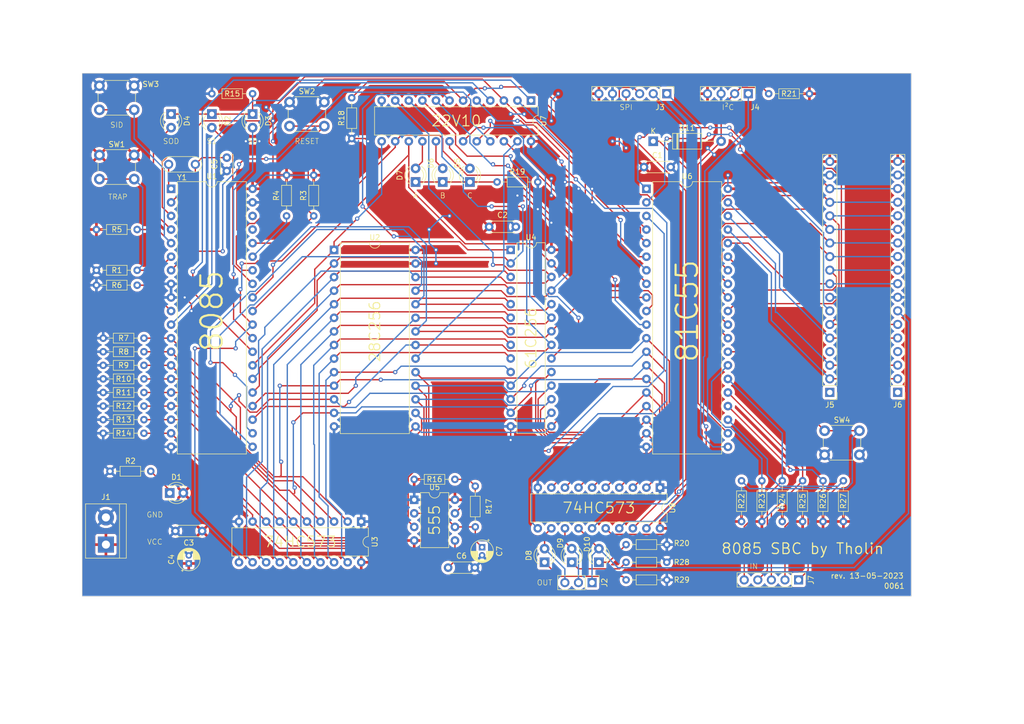
<source format=kicad_pcb>
(kicad_pcb (version 20221018) (generator pcbnew)
  (layers (0 "F.Cu" signal) (31 "B.Cu" signal) (34 "B.Paste" user) (35 "F.Paste" user) (36 "B.SilkS" user "B.Silkscreen") (37 "F.SilkS" user "F.Silkscreen") (38 "B.Mask" user) (39 "F.Mask" user) (44 "Edge.Cuts" user))
  (net 0 "")
  (net 1 "GND")
  (net 2 "VCC")
  (net 3 "Net-(U1-X2)")
  (net 4 "Net-(U5-CV)")
  (net 5 "Net-(U5-THR)")
  (net 6 "Net-(D1-K)")
  (net 7 "Net-(D2-K)")
  (net 8 "Net-(D2-A)")
  (net 9 "Net-(D3-A)")
  (net 10 "Net-(D4-A)")
  (net 11 "Net-(D5-K)")
  (net 12 "Net-(D5-A)")
  (net 13 "Net-(D6-A)")
  (net 14 "Net-(D7-A)")
  (net 15 "Net-(D8-K)")
  (net 16 "Net-(D8-A)")
  (net 17 "Net-(D9-K)")
  (net 18 "Net-(D9-A)")
  (net 19 "Net-(D10-K)")
  (net 20 "Net-(D10-A)")
  (net 21 "Net-(D11-K)")
  (net 22 "Net-(D11-A)")
  (net 23 "Net-(J3-Pin_1)")
  (net 24 "Net-(J3-Pin_2)")
  (net 25 "Net-(J3-Pin_3)")
  (net 26 "Net-(J3-Pin_4)")
  (net 27 "Net-(J4-Pin_1)")
  (net 29 "Net-(J5-Pin_2)")
  (net 30 "Net-(J5-Pin_3)")
  (net 32 "Net-(J5-Pin_5)")
  (net 33 "Net-(J5-Pin_6)")
  (net 34 "Net-(J5-Pin_7)")
  (net 35 "RST7.5")
  (net 36 "TRAP")
  (net 37 "Net-(J5-Pin_9)")
  (net 38 "AD0")
  (net 39 "AD1")
  (net 40 "AD2")
  (net 41 "AD3")
  (net 42 "AD4")
  (net 43 "AD5")
  (net 44 "AD6")
  (net 45 "AD7")
  (net 46 "Net-(J5-Pin_10)")
  (net 47 "Net-(J5-Pin_11)")
  (net 48 "Net-(J5-Pin_12)")
  (net 49 "Net-(J5-Pin_13)")
  (net 50 "Net-(J5-Pin_14)")
  (net 51 "INTA")
  (net 52 "A8")
  (net 53 "A9")
  (net 54 "A10")
  (net 55 "A11")
  (net 56 "A12")
  (net 57 "A13")
  (net 58 "A14")
  (net 59 "A15")
  (net 60 "Net-(J5-Pin_15)")
  (net 61 "WR")
  (net 62 "RD")
  (net 63 "IO{slash}M")
  (net 64 "Net-(J5-Pin_16)")
  (net 66 "A7")
  (net 67 "A6")
  (net 68 "A5")
  (net 69 "A4")
  (net 70 "A3")
  (net 71 "A2")
  (net 72 "A1")
  (net 73 "A0")
  (net 74 "ROM_CE")
  (net 75 "HI_RAM_CE")
  (net 77 "Net-(J7-Pin_1)")
  (net 78 "RAM_CE")
  (net 79 "Net-(J7-Pin_2)")
  (net 80 "Net-(J7-Pin_3)")
  (net 81 "E_O")
  (net 82 "Net-(J7-Pin_4)")
  (net 83 "Net-(J7-Pin_5)")
  (net 84 "Net-(U1-{slash}RESIN)")
  (net 85 "Net-(U1-READY)")
  (net 86 "Net-(U1-SID)")
  (net 87 "Net-(U1-INTR)")
  (net 88 "Net-(U5-DIS)")
  (net 89 "Net-(U6-PC5)")
  (net 90 "Net-(U6-PA7)")
  (net 91 "Net-(U1-X1)")
  (net 92 "Net-(U1-RESOUT)")
  (net 93 "Net-(U1-ALE)")
  (net 96 "Net-(U5-Q)")
  (net 97 "Net-(U6-{slash}TIMER_OUT)")
  (footprint "Resistor_THT:R_Axial_DIN0204_L3.6mm_D1.6mm_P7.62mm_Horizontal" (layer "F.Cu") (at 81.28 100.33 180)
    (fp_text reference "R8")
    (fp_text value "10K")
  )
  (footprint "Resistor_THT:R_Axial_DIN0204_L3.6mm_D1.6mm_P7.62mm_Horizontal" (layer "F.Cu") (at 139.436 124.196 180)
    (fp_text reference "R16")
    (fp_text value "100R")
  )
  (footprint "Package_DIP:DIP-24_W7.62mm" (layer "F.Cu") (at 153.675 53.35 -90)
    (fp_text reference "U7")
    (fp_text value "GAL22V10")
  )
  (footprint "Resistor_THT:R_Axial_DIN0204_L3.6mm_D1.6mm_P7.62mm_Horizontal" (layer "F.Cu") (at 81.28 102.87 180)
    (fp_text reference "R9")
    (fp_text value "10K")
  )
  (footprint "LED_THT:LED_D3.0mm" (layer "F.Cu") (at 166.37 139.7 90)
    (fp_text reference "D10")
    (fp_text value "LED")
  )
  (footprint "Package_DIP:DIP-8_W7.62mm" (layer "F.Cu") (at 131.826 128.016)
    (fp_text reference "U5")
    (fp_text value "NE555P")
  )
  (footprint "Resistor_THT:R_Axial_DIN0204_L3.6mm_D1.6mm_P7.62mm_Horizontal" (layer "F.Cu") (at 204.47 124.46 -90)
    (fp_text reference "R25")
    (fp_text value "10K")
  )
  (footprint "LED_THT:LED_D3.0mm" (layer "F.Cu") (at 137.16 68.58 90)
    (fp_text reference "D6")
    (fp_text value "LED")
  )
  (footprint "Resistor_THT:R_Axial_DIN0204_L3.6mm_D1.6mm_P7.62mm_Horizontal" (layer "F.Cu") (at 198.12 52.07)
    (fp_text reference "R21")
    (fp_text value "1K")
  )
  (footprint "Package_DIP:DIP-40_W15.24mm" (layer "F.Cu") (at 175.255 69.855)
    (fp_text reference "U6")
    (fp_text value "81C55")
  )
  (footprint "LED_THT:LED_D3.0mm" (layer "F.Cu") (at 93.98 55.88 -90)
    (fp_text reference "D2")
    (fp_text value "LED")
  )
  (footprint "Capacitor_THT:C_Disc_D3.4mm_W2.1mm_P2.50mm" (layer "F.Cu") (at 96.774 66.528 90)
    (fp_text reference "C5")
    (fp_text value "30pF")
  )
  (footprint "Diode_THT:D_A-405_P12.70mm_Horizontal" (layer "F.Cu") (at 176.53 60.96)
    (fp_text reference "D11")
    (fp_text value "D")
  )
  (footprint "Resistor_THT:R_Axial_DIN0204_L3.6mm_D1.6mm_P7.62mm_Horizontal" (layer "F.Cu") (at 113.03 74.93 90)
    (fp_text reference "R3")
    (fp_text value "1K")
  )
  (footprint "Resistor_THT:R_Axial_DIN0204_L3.6mm_D1.6mm_P7.62mm_Horizontal" (layer "F.Cu") (at 120.142 60.452 90)
    (fp_text reference "R18")
    (fp_text value "1K")
  )
  (footprint "Resistor_THT:R_Axial_DIN0204_L3.6mm_D1.6mm_P7.62mm_Horizontal" (layer "F.Cu") (at 81.28 113.03 180)
    (fp_text reference "R13")
    (fp_text value "10K")
  )
  (footprint "Resistor_THT:R_Axial_DIN0204_L3.6mm_D1.6mm_P7.62mm_Horizontal" (layer "F.Cu") (at 72.39 85.09)
    (fp_text reference "R1")
    (fp_text value "1K")
  )
  (footprint "Button_Switch_THT:SW_PUSH_6mm_H7.3mm" (layer "F.Cu") (at 108.51 53.63)
    (fp_text reference "SW2")
    (fp_text value "SW_Push")
  )
  (footprint "Button_Switch_THT:SW_PUSH_6mm_H7.3mm" (layer "F.Cu") (at 72.95 63.536)
    (fp_text reference "SW1")
    (fp_text value "SW_Push")
  )
  (footprint "Resistor_THT:R_Axial_DIN0204_L3.6mm_D1.6mm_P7.62mm_Horizontal" (layer "F.Cu") (at 193.04 124.46 -90)
    (fp_text reference "R22")
    (fp_text value "10K")
  )
  (footprint "Resistor_THT:R_Axial_DIN0204_L3.6mm_D1.6mm_P7.62mm_Horizontal" (layer "F.Cu") (at 81.28 110.49 180)
    (fp_text reference "R12")
    (fp_text value "10K")
  )
  (footprint "Resistor_THT:R_Axial_DIN0204_L3.6mm_D1.6mm_P7.62mm_Horizontal" (layer "F.Cu") (at 147.32 68.58)
    (fp_text reference "R19")
    (fp_text value "1K")
  )
  (footprint "Connector_PinHeader_2.54mm:PinHeader_1x06_P2.54mm_Vertical" (layer "F.Cu") (at 179.07 52.07 -90)
    (fp_text reference "J3")
    (fp_text value "Conn_01x06_Male")
  )
  (footprint "Crystal:Resonator-2Pin_W7.0mm_H2.5mm" (layer "F.Cu") (at 90.892 65.278 180)
    (fp_text reference "Y1")
    (fp_text value "Crystal")
  )
  (footprint "Resistor_THT:R_Axial_DIN0204_L3.6mm_D1.6mm_P7.62mm_Horizontal" (layer "F.Cu") (at 143.246 133.086 90)
    (fp_text reference "R17")
    (fp_text value "100R")
  )
  (footprint "Capacitor_THT:C_Disc_D4.3mm_W1.9mm_P5.00mm" (layer "F.Cu") (at 92.162 133.858 180)
    (fp_text reference "C3")
    (fp_text value "10nF")
  )
  (footprint "Resistor_THT:R_Axial_DIN0204_L3.6mm_D1.6mm_P7.62mm_Horizontal" (layer "F.Cu") (at 80.01 87.884 180)
    (fp_text reference "R6")
    (fp_text value "1K")
  )
  (footprint "Resistor_THT:R_Axial_DIN0204_L3.6mm_D1.6mm_P7.62mm_Horizontal" (layer "F.Cu") (at 179.07 139.7 180)
    (fp_text reference "R28")
    (fp_text value "1K")
  )
  (footprint "Resistor_THT:R_Axial_DIN0204_L3.6mm_D1.6mm_P7.62mm_Horizontal" (layer "F.Cu") (at 101.6 52.07 180)
    (fp_text reference "R15")
    (fp_text value "1K")
  )
  (footprint "Resistor_THT:R_Axial_DIN0204_L3.6mm_D1.6mm_P7.62mm_Horizontal" (layer "F.Cu") (at 196.85 124.46 -90)
    (fp_text reference "R23")
    (fp_text value "10K")
  )
  (footprint "Capacitor_THT:C_Disc_D4.3mm_W1.9mm_P5.00mm" (layer "F.Cu") (at 145.836 76.962)
    (fp_text reference "C2")
    (fp_text value "10nF")
  )
  (footprint "LED_THT:LED_D3.0mm" (layer "F.Cu") (at 156.21 139.7 90)
    (fp_text reference "D8")
    (fp_text value "LED")
  )
  (footprint "LED_THT:LED_D3.0mm" (layer "F.Cu") (at 101.6 55.88 -90)
    (fp_text reference "D3")
    (fp_text value "LED")
  )
  (footprint "Resistor_THT:R_Axial_DIN0204_L3.6mm_D1.6mm_P7.62mm_Horizontal" (layer "F.Cu") (at 74.93 122.682)
    (fp_text reference "R2")
    (fp_text value "1K")
  )
  (footprint "Resistor_THT:R_Axial_DIN0204_L3.6mm_D1.6mm_P7.62mm_Horizontal" (layer "F.Cu") (at 200.66 124.46 -90)
    (fp_text reference "R24")
    (fp_text value "10K")
  )
  (footprint "Connector_PinHeader_2.54mm:PinHeader_1x05_P2.54mm_Vertical" (layer "F.Cu") (at 203.708 143.002 -90)
    (fp_text reference "J7")
    (fp_text value "Conn_01x05_Socket")
  )
  (footprint "Capacitor_THT:CP_Radial_D4.0mm_P1.50mm" (layer "F.Cu") (at 144.516 136.896 -90)
    (fp_text reference "C7")
    (fp_text value "1µF")
  )
  (footprint "Resistor_THT:R_Axial_DIN0204_L3.6mm_D1.6mm_P7.62mm_Horizontal" (layer "F.Cu") (at 81.28 107.95 180)
    (fp_text reference "R11")
    (fp_text value "10K")
  )
  (footprint "Capacitor_THT:CP_Radial_D4.0mm_P1.50mm" (layer "F.Cu") (at 89.662 139.93 90)
    (fp_text reference "C4")
    (fp_text value "10µF")
  )
  (footprint "Connector_PinHeader_2.54mm:PinHeader_1x18_P2.54mm_Vertical" (layer "F.Cu") (at 209.55 107.935 180)
    (fp_text reference "J5")
    (fp_text value "Conn_01x18_Female")
  )
  (footprint "Resistor_THT:R_Axial_DIN0204_L3.6mm_D1.6mm_P7.62mm_Horizontal" (layer "F.Cu") (at 171.45 136.398)
    (fp_text reference "R20")
    (fp_text value "1K")
  )
  (footprint "TerminalBlock:TerminalBlock_bornier-2_P5.08mm" (layer "F.Cu") (at 74.168 136.398 90)
    (fp_text reference "J1")
    (fp_text value "Screw_Terminal_01x02")
  )
  (footprint "Resistor_THT:R_Axial_DIN0204_L3.6mm_D1.6mm_P7.62mm_Horizontal" (layer "F.Cu") (at 81.28 105.41 180)
    (fp_text reference "R10")
    (fp_text value "10K")
  )
  (footprint "Connector_PinHeader_2.54mm:PinHeader_1x18_P2.54mm_Vertical" (layer "F.Cu") (at 222.25 107.92 180)
    (fp_text reference "J6")
    (fp_text value "Conn_01x18_Female")
  )
  (footprint "LED_THT:LED_D3.0mm" (layer "F.Cu") (at 132.08 68.58 90)
    (fp_text reference "D7")
    (fp_text value "LED")
  )
  (footprint "LED_THT:LED_D3.0mm" (layer "F.Cu") (at 161.29 139.7 90)
    (fp_text reference "D9")
    (fp_text value "LED")
  )
  (footprint "Button_Switch_THT:SW_PUSH_6mm_H7.3mm" (layer "F.Cu") (at 72.95 50.582)
    (fp_text reference "SW3")
    (fp_text value "SW_Push")
  )
  (footprint "Package_DIP:DIP-40_W15.24mm" (layer "F.Cu") (at 86.355 69.855)
    (fp_text reference "U1")
    (fp_text value "8085")
  )
  (footprint "Capacitor_THT:C_Disc_D4.3mm_W1.9mm_P5.00mm" (layer "F.Cu") (at 174.792 65.786)
    (fp_text reference "C1")
    (fp_text value "10nF")
  )
  (footprint "Package_DIP:DIP-28_W7.62mm" (layer "F.Cu") (at 149.87 81.265)
    (fp_text reference "U4")
    (fp_text value "IS61C256")
  )
  (footprint "Package_DIP:DIP-20_W7.62mm" (layer "F.Cu") (at 121.915 132.09 -90)
    (fp_text reference "U3")
    (fp_text value "74LS573")
  )
  (footprint "LED_THT:LED_D3.0mm" (layer "F.Cu") (at 86.101 126.746)
    (fp_text reference "D1")
    (fp_text value "LED")
  )
  (footprint "Package_DIP:DIP-20_W7.62mm" (layer "F.Cu") (at 177.795 125.74 -90)
    (fp_text reference "U8")
    (fp_text value "74LS573")
  )
  (footprint "Resistor_THT:R_Axial_DIN0204_L3.6mm_D1.6mm_P7.62mm_Horizontal" (layer "F.Cu") (at 171.45 143.002)
    (fp_text reference "R29")
    (fp_text value "1K")
  )
  (footprint "Resistor_THT:R_Axial_DIN0204_L3.6mm_D1.6mm_P7.62mm_Horizontal" (layer "F.Cu") (at 81.28 97.79 180)
    (fp_text reference "R7")
    (fp_text value "10K")
  )
  (footprint "LED_THT:LED_D3.0mm" (layer "F.Cu") (at 142.24 68.58 90)
    (fp_text reference "D5")
    (fp_text value "LED")
  )
  (footprint "Resistor_THT:R_Axial_DIN0204_L3.6mm_D1.6mm_P7.62mm_Horizontal" (layer "F.Cu") (at 80.01 77.47 180)
    (fp_text reference "R5")
    (fp_text value "1K")
  )
  (footprint "Connector_PinHeader_2.54mm:PinHeader_1x04_P2.54mm_Vertical" (layer "F.Cu") (at 194.3 52.07 -90)
    (fp_text reference "J4")
    (fp_text value "Conn_01x04_Male")
  )
  (footprint "Resistor_THT:R_Axial_DIN0204_L3.6mm_D1.6mm_P7.62mm_Horizontal" (layer "F.Cu") (at 81.28 115.57 180)
    (fp_text reference "R14")
    (fp_text value "10K")
  )
  (footprint "Connector_PinHeader_2.54mm:PinHeader_1x03_P2.54mm_Vertical" (layer "F.Cu") (at 165.085 143.51 -90)
    (fp_text reference "J2")
    (fp_text value "Conn_01x03_Female")
  )
  (footprint "Button_Switch_THT:SW_PUSH_6mm_H7.3mm" (layer "F.Cu") (at 208.586 115.098)
    (fp_text reference "SW4")
    (fp_text value "SW_Push")
  )
  (footprint "Resistor_THT:R_Axial_DIN0204_L3.6mm_D1.6mm_P7.62mm_Horizontal" (layer "F.Cu") (at 212.09 124.46 -90)
    (fp_text reference "R27")
    (fp_text value "10K")
  )
  (footprint "Resistor_THT:R_Axial_DIN0204_L3.6mm_D1.6mm_P7.62mm_Horizontal" (layer "F.Cu") (at 107.95 74.93 90)
    (fp_text reference "R4")
    (fp_text value "1K")
  )
  (footprint "LED_THT:LED_D3.0mm" (layer "F.Cu") (at 86.36 55.88 -90)
    (fp_text reference "D4")
    (fp_text value "LED")
  )
  (footprint "Package_DIP:DIP-28_W15.24mm" (layer "F.Cu") (at 116.835 81.29)
    (fp_text reference "U2")
    (fp_text value "28C256")
  )
  (footprint "Resistor_THT:R_Axial_DIN0204_L3.6mm_D1.6mm_P7.62mm_Horizontal" (layer "F.Cu") (at 208.28 124.46 -90)
    (fp_text reference "R26")
    (fp_text value "10K")
  )
  (footprint "Capacitor_THT:C_Disc_D4.3mm_W1.9mm_P5.00mm" (layer "F.Cu") (at 138.166 140.706)
    (fp_text reference "C6")
    (fp_text value "10nF")
  )
  (gr_rect (start 69.723 48.26) (end 224.79 146.05) (stroke (width 0.1)) (fill none) (layer "Edge.Cuts"))
  (gr_text "74HC573" (at 110.49 135.89) (layer "F.SilkS") (effects (font (size 2 2) (thickness 0.2))))
  (gr_text "SOD" (at 86.36 60.96) (layer "F.SilkS") (effects (font (size 1 1) (thickness 0.1))))
  (gr_text "IN" (at 195.326 140.462) (layer "F.SilkS") (effects (font (size 1 1) (thickness 0.1))))
  (gr_text "74HC573" (at 166.37 129.54) (layer "F.SilkS") (effects (font (size 2 2) (thickness 0.2))))
  (gr_text "OUT" (at 156.21 143.51) (layer "F.SilkS") (effects (font (size 1 1) (thickness 0.1))))
  (gr_text "B" (at 137.16 71.12) (layer "F.SilkS") (effects (font (size 1 1) (thickness 0.1))))
  (gr_text "C" (at 142.24 71.12) (layer "F.SilkS") (effects (font (size 1 1) (thickness 0.1))))
  (gr_text "S0" (at 101.6 60.96) (layer "F.SilkS") (effects (font (size 1 1) (thickness 0.1))))
  (gr_text "SPI" (at 171.45 54.61) (layer "F.SilkS") (effects (font (size 1 1) (thickness 0.1))))
  (gr_text "A" (at 132.08 71.12) (layer "F.SilkS") (effects (font (size 1 1) (thickness 0.1))))
  (gr_text "8085 SBC by Tholin" (at 204.47 137.16) (layer "F.SilkS") (effects (font (size 2 2) (thickness 0.22))))
  (gr_text "rev. 13-05-2023" (at 216.535 142.24) (layer "F.SilkS") (effects (font (size 1 1))))
  (gr_text "8085" (at 93.98 92.71 90) (layer "F.SilkS") (effects (font (size 4 4) (thickness 0.4))))
  (gr_text "I²C" (at 190.5 54.61) (layer "F.SilkS") (effects (font (size 1 1) (thickness 0.1))))
  (gr_text "61C256" (at 153.67 97.775 90) (layer "F.SilkS") (effects (font (size 2 2) (thickness 0.2))))
  (gr_text "TRAP" (at 76.402 71.374) (layer "F.SilkS") (effects (font (size 1 1) (thickness 0.1))))
  (gr_text "0061" (at 221.615 144.145) (layer "F.SilkS") (effects (font (size 1 1))))
  (gr_text "SID" (at 76.2 57.912) (layer "F.SilkS") (effects (font (size 1 1) (thickness 0.1))))
  (gr_text "555" (at 135.626 131.826 90) (layer "F.SilkS") (effects (font (size 2 2) (thickness 0.2))))
  (gr_text "GND" (at 83.312 130.81) (layer "F.SilkS") (effects (font (size 1 1) (thickness 0.1))))
  (gr_text "22V10\n" (at 139.7 57.15) (layer "F.SilkS") (effects (font (size 2 2) (thickness 0.2))))
  (gr_text "81C55" (at 182.88 92.71 90) (layer "F.SilkS") (effects (font (size 4 4) (thickness 0.4))))
  (gr_text "VCC" (at 83.312 135.89) (layer "F.SilkS") (effects (font (size 1 1) (thickness 0.1))))
  (gr_text "28C256" (at 124.46 96.52 90) (layer "F.SilkS") (effects (font (size 2 2) (thickness 0.2))))
  (gr_text "S1" (at 93.98 60.96) (layer "F.SilkS") (effects (font (size 1 1) (thickness 0.1))))
  (gr_text "RESET" (at 111.76 60.96) (layer "F.SilkS") (effects (font (size 1 1) (thickness 0.1))))
  (segment (start 90.17 91.44) (end 90.17 92.71) (width 0.25) (layer "F.Cu") (net 1))
  (segment (start 152.4 71.12) (end 154.94 73.66) (width 0.25) (layer "F.Cu") (net 1))
  (segment (start 120.142 60.452) (end 122.682 60.452) (width 0.25) (layer "F.Cu") (net 1))
  (segment (start 165.1 69.85) (end 165.1 72.39) (width 0.25) (layer "F.Cu") (net 1))
  (segment (start 122.682 60.452) (end 123.19 60.96) (width 0.25) (layer "F.Cu") (net 1))
  (segment (start 162.56 69.85) (end 161.29 68.58) (width 0.25) (layer "F.Cu") (net 1))
  (segment (start 149.87 114.285) (end 149.87 116.83) (width 0.25) (layer "F.Cu") (net 1))
  (segment (start 149.87 116.83) (end 149.86 116.84) (width 0.25) (layer "F.Cu") (net 1))
  (segment (start 161.29 68.58) (end 160.02 68.58) (width 0.25) (layer "F.Cu") (net 1))
  (segment (start 88.9 90.17) (end 90.17 91.44) (width 0.25) (layer "F.Cu") (net 1))
  (segment (start 151.13 71.12) (end 152.4 71.12) (width 0.25) (layer "F.Cu") (net 1))
  (segment (start 154.94 73.66) (end 157.48 76.2) (width 0.25) (layer "F.Cu") (net 1))
  (segment (start 102.87 60.96) (end 100.33 60.96) (width 0.25) (layer "F.Cu") (net 1))
  (via (at 157.48 76.2) (size 0.8) (drill 0.4) (layers "F.Cu" "B.Cu") (net 1))
  (via (at 165.1 69.85) (size 0.8) (drill 0.4) (layers "F.Cu" "B.Cu") (net 1))
  (via (at 90.17 92.71) (size 0.8) (drill 0.4) (layers "F.Cu" "B.Cu") (net 1))
  (via (at 88.9 90.17) (size 0.8) (drill 0.4) (layers "F.Cu" "B.Cu") (net 1))
  (via (at 162.56 69.85) (size 0.8) (drill 0.4) (layers "F.Cu" "B.Cu") (net 1))
  (via (at 102.87 60.96) (size 0.8) (drill 0.4) (layers "F.Cu" "B.Cu") (net 1))
  (via (at 160.02 68.58) (size 0.8) (drill 0.4) (layers "F.Cu" "B.Cu") (net 1))
  (via (at 123.19 60.96) (size 0.8) (drill 0.4) (layers "F.Cu" "B.Cu") (net 1))
  (via (at 154.94 73.66) (size 0.8) (drill 0.4) (layers "F.Cu" "B.Cu") (net 1))
  (via (at 151.13 71.12) (size 0.8) (drill 0.4) (layers "F.Cu" "B.Cu") (net 1))
  (via (at 149.86 116.84) (size 0.8) (drill 0.4) (layers "F.Cu" "B.Cu") (net 1))
  (via (at 100.33 60.96) (size 0.8) (drill 0.4) (layers "F.Cu" "B.Cu") (net 1))
  (via (at 165.1 72.39) (size 0.8) (drill 0.4) (layers "F.Cu" "B.Cu") (net 1))
  (via (at 190.5 67.31) (size 0.8) (drill 0.4) (layers "F.Cu" "B.Cu") (net 2))
  (via (at 171.45 62.23) (size 0.8) (drill 0.4) (layers "F.Cu" "B.Cu") (net 2))
  (via (at 152.4 55.88) (size 0.8) (drill 0.4) (layers "F.Cu" "B.Cu") (net 2))
  (via (at 135.89 83.82) (size 0.8) (drill 0.4) (layers "F.Cu" "B.Cu") (net 2))
  (via (at 105.41 57.15) (size 0.8) (drill 0.4) (layers "F.Cu" "B.Cu") (net 2))
  (via (at 138.43 74.93) (size 0.8) (drill 0.4) (layers "F.Cu" "B.Cu") (net 2))
  (via (at 157.48 57.15) (size 0.8) (drill 0.4) (layers "F.Cu" "B.Cu") (net 2))
  (via (at 186.69 62.23) (size 0.8) (drill 0.4) (layers "F.Cu" "B.Cu") (net 2))
  (via (at 200.66 129.54) (size 0.8) (drill 0.4) (layers "F.Cu" "B.Cu") (net 2))
  (via (at 104.14 54.61) (size 0.8) (drill 0.4) (layers "F.Cu" "B.Cu") (net 2))
  (via (at 157.48 67.945) (size 0.8) (drill 0.4) (layers "F.Cu" "B.Cu") (net 2))
  (via (at 168.91 60.96) (size 0.8) (drill 0.4) (layers "F.Cu" "B.Cu") (net 2))
  (via (at 105.41 60.96) (size 0.8) (drill 0.4) (layers "F.Cu" "B.Cu") (net 2))
  (via (at 157.48 71.12) (size 0.8) (drill 0.4) (layers "F.Cu" "B.Cu") (net 2))
  (via (at 149.86 55.88) (size 0.8) (drill 0.4) (layers "F.Cu" "B.Cu") (net 2))
  (via (at 135.89 81.28) (size 0.8) (drill 0.4) (layers "F.Cu" "B.Cu") (net 2))
  (via (at 134.62 77.47) (size 0.8) (drill 0.4) (layers "F.Cu" "B.Cu") (net 2))
  (via (at 158.75 52.07) (size 0.8) (drill 0.4) (layers "F.Cu" "B.Cu") (net 2))
  (via (at 187.96 63.5) (size 0.8) (drill 0.4) (layers "F.Cu" "B.Cu") (net 2))
  (segment (start 105.41 57.15) (end 105.41 60.96) (width 0.25) (layer "B.Cu") (net 2))
  (segment (start 157.48 53.34) (end 158.75 52.07) (width 0.25) (layer "B.Cu") (net 2))
  (segment (start 170.18 60.96) (end 171.45 62.23) (width 0.25) (layer "B.Cu") (net 2))
  (segment (start 113.03 67.31) (end 107.95 67.31) (width 0.25) (layer "B.Cu") (net 2))
  (segment (start 190.495 69.855) (end 190.495 67.315) (width 0.25) (layer "B.Cu") (net 2))
  (segment (start 134.62 80.01) (end 135.89 81.28) (width 0.25) (layer "B.Cu") (net 2))
  (segment (start 137.16 74.93) (end 134.62 77.47) (width 0.25) (layer "B.Cu") (net 2))
  (segment (start 157.48 67.945) (end 157.48 71.12) (width 0.25) (layer "B.Cu") (net 2))
  (segment (start 104.14 67.31) (end 101.595 69.855) (width 0.25) (layer "B.Cu") (net 2))
  (segment (start 168.91 60.96) (end 170.18 60.96) (width 0.25) (layer "B.Cu") (net 2))
  (segment (start 135.89 81.28) (end 135.89 83.82) (width 0.25) (layer "B.Cu") (net 2))
  (segment (start 190.495 67.315) (end 190.5 67.31) (width 0.25) (layer "B.Cu") (net 2))
  (segment (start 200.66 129.54) (end 199.39 129.54) (width 0.25) (layer "B.Cu") (net 2))
  (segment (start 152.4 55.88) (end 149.86 55.88) (width 0.25) (layer "B.Cu") (net 2))
  (segment (start 186.69 62.23) (end 187.96 63.5) (width 0.25) (layer "B.Cu") (net 2))
  (segment (start 199.39 129.54) (end 196.85 132.08) (width 0.25) (layer "B.Cu") (net 2))
  (segment (start 157.48 57.15) (end 157.48 53.34) (width 0.25) (layer "B.Cu") (net 2))
  (segment (start 105.41 55.88) (end 105.41 57.15) (width 0.25) (layer "B.Cu") (net 2))
  (segment (start 138.43 74.93) (end 137.16 74.93) (width 0.25) (layer "B.Cu") (net 2))
  (segment (start 107.95 67.31) (end 104.14 67.31) (width 0.25) (layer "B.Cu") (net 2))
  (segment (start 104.14 54.61) (end 105.41 55.88) (width 0.25) (layer "B.Cu") (net 2))
  (segment (start 134.62 77.47) (end 134.62 80.01) (width 0.25) (layer "B.Cu") (net 2))
  (segment (start 86.355 72.395) (end 90.892 67.858) (width 0.25) (layer "F.Cu") (net 3))
  (segment (start 90.892 67.858) (end 90.892 65.278) (width 0.25) (layer "F.Cu") (net 3))
  (segment (start 92.142 64.028) (end 90.892 65.278) (width 0.25) (layer "F.Cu") (net 3))
  (segment (start 96.774 64.028) (end 92.142 64.028) (width 0.25) (layer "F.Cu") (net 3))
  (segment (start 139.446 135.636) (end 139.446 139.426) (width 0.25) (layer "F.Cu") (net 4))
  (segment (start 139.446 139.426) (end 138.166 140.706) (width 0.25) (layer "F.Cu") (net 4))
  (segment (start 131.826 130.556) (end 136.906 130.556) (width 0.25) (layer "F.Cu") (net 5))
  (segment (start 143.246 133.086) (end 143.246 135.626) (width 0.25) (layer "F.Cu") (net 5))
  (segment (start 139.446 133.096) (end 143.236 133.096) (width 0.25) (layer "F.Cu") (net 5))
  (segment (start 136.906 130.556) (end 139.446 133.096) (width 0.25) (layer "F.Cu") (net 5))
  (segment (start 143.246 135.626) (end 144.516 136.896) (width 0.25) (layer "F.Cu") (net 5))
  (segment (start 143.236 133.096) (end 143.246 133.086) (width 0.25) (layer "F.Cu") (net 5))
  (segment (start 82.55 122.682) (end 86.101 126.233) (width 0.25) (layer "F.Cu") (net 6))
  (segment (start 86.101 126.233) (end 86.101 126.746) (width 0.25) (layer "F.Cu") (net 6))
  (segment (start 93.98 55.88) (end 101.6 55.88) (width 0.25) (layer "F.Cu") (net 7))
  (segment (start 101.6 52.07) (end 101.6 55.88) (width 0.25) (layer "F.Cu") (net 7))
  (segment (start 86.36 55.88) (end 93.98 55.88) (width 0.25) (layer "F.Cu") (net 7))
  (segment (start 97.899 62.339) (end 97.899 83.939) (width 0.25) (layer "F.Cu") (net 8))
  (segment (start 97.899 83.939) (end 101.595 87.635) (width 0.25) (layer "F.Cu") (net 8))
  (segment (start 93.98 58.42) (end 97.899 62.339) (width 0.25) (layer "F.Cu") (net 8))
  (segment (start 98.044 85.852) (end 98.044 94.244) (width 0.25) (layer "F.Cu") (net 9))
  (segment (start 98.044 94.244) (end 101.595 97.795) (width 0.25) (layer "F.Cu") (net 9))
  (via (at 98.044 85.852) (size 0.8) (drill 0.4) (layers "F.Cu" "B.Cu") (net 9))
  (segment (start 98.044 70.104) (end 98.044 85.852) (width 0.25) (layer "B.Cu") (net 9))
  (segment (start 101.6 58.42) (end 101.6 66.548) (width 0.25) (layer "B.Cu") (net 9))
  (segment (start 101.6 66.548) (end 98.044 70.104) (width 0.25) (layer "B.Cu") (net 9))
  (segment (start 86.36 58.42) (end 83.058 61.722) (width 0.25) (layer "F.Cu") (net 10))
  (segment (start 83.058 61.722) (end 83.058 74.178) (width 0.25) (layer "F.Cu") (net 10))
  (segment (start 83.058 74.178) (end 86.355 77.475) (width 0.25) (layer "F.Cu") (net 10))
  (segment (start 137.16 68.58) (end 132.08 68.58) (width 0.25) (layer "F.Cu") (net 11))
  (segment (start 142.24 68.58) (end 137.16 68.58) (width 0.25) (layer "F.Cu") (net 11))
  (segment (start 147.32 68.58) (end 142.24 68.58) (width 0.25) (layer "F.Cu") (net 11))
  (segment (start 138.435 62.235) (end 138.435 60.97) (width 0.25) (layer "F.Cu") (net 12))
  (segment (start 142.24 66.04) (end 138.435 62.235) (width 0.25) (layer "F.Cu") (net 12))
  (segment (start 137.16 66.04) (end 135.895 64.775) (width 0.25) (layer "F.Cu") (net 13))
  (segment (start 135.895 64.775) (end 135.895 60.97) (width 0.25) (layer "F.Cu") (net 13))
  (segment (start 133.355 64.765) (end 133.355 60.97) (width 0.25) (layer "F.Cu") (net 14))
  (segment (start 132.08 66.04) (end 133.355 64.765) (width 0.25) (layer "F.Cu") (net 14))
  (segment (start 158.845 142.335) (end 170.783 142.335) (width 0.25) (layer "F.Cu") (net 15))
  (segment (start 156.21 139.7) (end 158.845 142.335) (width 0.25) (layer "F.Cu") (net 15))
  (segment (start 170.783 142.335) (end 171.45 143.002) (width 0.25) (layer "F.Cu") (net 15))
  (segment (start 156.21 137.16) (end 156.21 134.625) (width 0.25) (layer "F.Cu") (net 16))
  (segment (start 156.21 134.625) (end 157.475 133.36) (width 0.25) (layer "F.Cu") (net 16))
  (segment (start 160.005 140.955) (end 160.005 143.51) (width 0.25) (layer "B.Cu") (net 16))
  (segment (start 156.21 137.16) (end 160.005 140.955) (width 0.25) (layer "B.Cu") (net 16))
  (segment (start 161.29 139.7) (end 162.515 140.925) (width 0.25) (layer "F.Cu") (net 17))
  (segment (start 170.225 140.925) (end 171.45 139.7) (width 0.25) (layer "F.Cu") (net 17))
  (segment (start 162.515 140.925) (end 170.225 140.925) (width 0.25) (layer "F.Cu") (net 17))
  (segment (start 160.015 133.36) (end 160.015 135.885) (width 0.25) (layer "F.Cu") (net 18))
  (segment (start 160.015 135.885) (end 161.29 137.16) (width 0.25) (layer "F.Cu") (net 18))
  (segment (start 162.545 138.415) (end 162.545 143.51) (width 0.25) (layer "B.Cu") (net 18))
  (segment (start 161.29 137.16) (end 162.545 138.415) (width 0.25) (layer "B.Cu") (net 18))
  (segment (start 168.148 139.7) (end 171.45 136.398) (width 0.25) (layer "F.Cu") (net 19))
  (segment (start 166.37 139.7) (end 168.148 139.7) (width 0.25) (layer "F.Cu") (net 19))
  (segment (start 166.37 137.16) (end 162.57 133.36) (width 0.25) (layer "F.Cu") (net 20))
  (segment (start 162.57 133.36) (end 162.555 133.36) (width 0.25) (layer "F.Cu") (net 20))
  (segment (start 224.282 94.712) (end 224.282 130.556) (width 0.25) (layer "B.Cu") (net 20))
  (segment (start 224.282 130.556) (end 214.122 140.716) (width 0.25) (layer "B.Cu") (net 20))
  (segment (start 169.935 140.725) (end 166.37 137.16) (width 0.25) (layer "B.Cu") (net 20))
  (segment (start 202.184 140.716) (end 202.175 140.725) (width 0.25) (layer "B.Cu") (net 20))
  (segment (start 222.25 92.68) (end 224.282 94.712) (width 0.25) (layer "B.Cu") (net 20))
  (segment (start 166.37 137.16) (end 165.085 138.445) (width 0.25) (layer "B.Cu") (net 20))
  (segment (start 165.085 138.445) (end 165.085 143.51) (width 0.25) (layer "B.Cu") (net 20))
  (segment (start 214.122 140.716) (end 202.184 140.716) (width 0.25) (layer "B.Cu") (net 20))
  (segment (start 202.175 140.725) (end 169.935 140.725) (width 0.25) (layer "B.Cu") (net 20))
  (segment (start 176.53 60.96) (end 177.68 60.96) (width 0.25) (layer "F.Cu") (net 21))
  (segment (start 183.134 124.714) (end 181.356 126.492) (width 0.25) (layer "F.Cu") (net 21))
  (segment (start 183.134 66.414) (end 183.134 124.714) (width 0.25) (layer "F.Cu") (net 21))
  (segment (start 177.68 60.96) (end 183.134 66.414) (width 0.25) (layer "F.Cu") (net 21))
  (via (at 181.356 126.492) (size 0.8) (drill 0.4) (layers "F.Cu" "B.Cu") (net 21))
  (segment (start 181.356 126.492) (end 179.07 128.778) (width 0.25) (layer "B.Cu") (net 21))
  (segment (start 179.07 128.778) (end 169.677 128.778) (width 0.25) (layer "B.Cu") (net 21))
  (segment (start 169.677 128.778) (end 165.095 133.36) (width 0.25) (layer "B.Cu") (net 21))
  (segment (start 192.935 50.895) (end 196.945 50.895) (width 0.25) (layer "F.Cu") (net 22))
  (segment (start 196.945 50.895) (end 198.12 52.07) (width 0.25) (layer "F.Cu") (net 22))
  (segment (start 191.76 52.07) (end 192.935 50.895) (width 0.25) (layer "F.Cu") (net 22))
  (segment (start 189.23 54.6) (end 191.76 52.07) (width 0.25) (layer "F.Cu") (net 22))
  (segment (start 189.23 60.96) (end 189.23 54.6) (width 0.25) (layer "F.Cu") (net 22))
  (segment (start 184.912 65.278) (end 184.912 109.992) (width 0.25) (layer "F.Cu") (net 22))
  (segment (start 189.23 60.96) (end 184.912 65.278) (width 0.25) (layer "F.Cu") (net 22))
  (segment (start 184.912 109.992) (end 190.495 115.575) (width 0.25) (layer "F.Cu") (net 22))
  (segment (start 185.42 115.824) (end 187.711 118.115) (width 0.25) (layer "B.Cu") (net 23))
  (segment (start 187.711 118.115) (end 190.495 118.115) (width 0.25) (layer "B.Cu") (net 23))
  (segment (start 185.42 58.42) (end 185.42 115.824) (width 0.25) (layer "B.Cu") (net 23))
  (segment (start 179.07 52.07) (end 185.42 58.42) (width 0.25) (layer "B.Cu") (net 23))
  (segment (start 171.455 132.08) (end 170.175 133.36) (width 0.25) (layer "B.Cu") (net 24))
  (segment (start 176.793305 132.08) (end 171.455 132.08) (width 0.25) (layer "B.Cu") (net 24))
  (segment (start 182.081 126.792305) (end 176.793305 132.08) (width 0.25) (layer "B.Cu") (net 24))
  (segment (start 176.53 52.07) (end 182.081 57.621) (width 0.25) (layer "B.Cu") (net 24))
  (segment (start 182.081 57.621) (end 182.081 126.792305) (width 0.25) (layer "B.Cu") (net 24))
  (segment (start 170.593 50.895) (end 170.18 51.308) (width 0.25) (layer "F.Cu") (net 25))
  (segment (start 170.18 51.308) (end 170.18 67.03) (width 0.25) (layer "F.Cu") (net 25))
  (segment (start 180.594 125.481) (end 172.715 133.36) (width 0.25) (layer "F.Cu") (net 25))
  (segment (start 175.430991 70.98) (end 180.594 76.143009) (width 0.25) (layer "F.Cu") (net 25))
  (segment (start 170.18 67.03) (end 174.13 70.98) (width 0.25) (layer "F.Cu") (net 25))
  (segment (start 174.13 70.98) (end 175.430991 70.98) (width 0.25) (layer "F.Cu") (net 25))
  (segment (start 180.594 76.143009) (end 180.594 125.481) (width 0.25) (layer "F.Cu") (net 25))
  (segment (start 173.99 52.07) (end 172.815 50.895) (width 0.25) (layer "F.Cu") (net 25))
  (segment (start 172.815 50.895) (end 170.593 50.895) (width 0.25) (layer "F.Cu") (net 25))
  (segment (start 182.626 70.210991) (end 171.45 59.034991) (width 0.25) (layer "F.Cu") (net 26))
  (segment (start 180.631 126.191695) (end 182.626 124.196695) (width 0.25) (layer "F.Cu") (net 26))
  (segment (start 171.45 59.034991) (end 171.45 52.07) (width 0.25) (layer "F.Cu") (net 26))
  (segment (start 181.055695 127.217) (end 180.631 126.792305) (width 0.25) (layer "F.Cu") (net 26))
  (segment (start 180.631 126.792305) (end 180.631 126.191695) (width 0.25) (layer "F.Cu") (net 26))
  (segment (start 182.626 124.196695) (end 182.626 70.210991) (width 0.25) (layer "F.Cu") (net 26))
  (segment (start 181.398 127.217) (end 181.055695 127.217) (width 0.25) (layer "F.Cu") (net 26))
  (segment (start 175.255 133.36) (end 181.398 127.217) (width 0.25) (layer "F.Cu") (net 26))
  (segment (start 168.76 134.485) (end 167.635 133.36) (width 0.25) (layer "F.Cu") (net 27))
  (segment (start 186.436 114.3) (end 186.436 128.27) (width 0.25) (layer "F.Cu") (net 27))
  (segment (start 180.221 134.485) (end 168.76 134.485) (width 0.25) (layer "F.Cu") (net 27))
  (segment (start 186.436 128.27) (end 180.221 134.485) (width 0.25) (layer "F.Cu") (net 27))
  (via (at 186.436 114.3) (size 0.8) (drill 0.4) (layers "F.Cu" "B.Cu") (net 27))
  (segment (start 185.928 101.346) (end 185.928 113.792) (width 0.25) (layer "B.Cu") (net 27))
  (segment (start 194.3 58.43) (end 186.182 66.548) (width 0.25) (layer "B.Cu") (net 27))
  (segment (start 185.928 113.792) (end 186.436 114.3) (width 0.25) (layer "B.Cu") (net 27))
  (segment (start 194.3 52.07) (end 194.3 58.43) (width 0.25) (layer "B.Cu") (net 27))
  (segment (start 186.182 101.092) (end 185.928 101.346) (width 0.25) (layer "B.Cu") (net 27))
  (segment (start 186.182 66.548) (end 186.182 101.092) (width 0.25) (layer "B.Cu") (net 27))
  (segment (start 209.565 105.38) (end 209.55 105.395) (width 0.25) (layer "F.Cu") (net 29))
  (segment (start 222.25 105.38) (end 209.565 105.38) (width 0.25) (layer "F.Cu") (net 29))
  (segment (start 198.628 85.608) (end 198.628 94.473) (width 0.25) (layer "B.Cu") (net 29))
  (segment (start 190.495 77.475) (end 198.628 85.608) (width 0.25) (layer "B.Cu") (net 29))
  (segment (start 198.628 94.473) (end 209.55 105.395) (width 0.25) (layer "B.Cu") (net 29))
  (segment (start 222.235 102.855) (end 222.25 102.84) (width 0.25) (layer "F.Cu") (net 30))
  (segment (start 209.55 102.855) (end 222.235 102.855) (width 0.25) (layer "F.Cu") (net 30))
  (segment (start 199.39 83.83) (end 199.39 92.964) (width 0.25) (layer "B.Cu") (net 30))
  (segment (start 190.495 74.935) (end 199.39 83.83) (width 0.25) (layer "B.Cu") (net 30))
  (segment (start 199.659 92.964) (end 209.55 102.855) (width 0.25) (layer "B.Cu") (net 30))
  (segment (start 199.39 92.964) (end 199.659 92.964) (width 0.25) (layer "B.Cu") (net 30))
  (segment (start 209.55 97.775) (end 222.235 97.775) (width 0.25) (layer "F.Cu") (net 32))
  (segment (start 222.235 97.775) (end 222.25 97.76) (width 0.25) (layer "F.Cu") (net 32))
  (segment (start 190.495 72.395) (end 200.152 82.052) (width 0.25) (layer "B.Cu") (net 32))
  (segment (start 200.152 82.052) (end 200.152 88.377) (width 0.25) (layer "B.Cu") (net 32))
  (segment (start 200.152 88.377) (end 209.55 97.775) (width 0.25) (layer "B.Cu") (net 32))
  (segment (start 198.374 66.04) (end 190.754 58.42) (width 0.25) (layer "F.Cu") (net 33))
  (segment (start 209.55 95.235) (end 211.72 93.065) (width 0.25) (layer "F.Cu") (net 33))
  (segment (start 209.565 95.22) (end 209.55 95.235) (width 0.25) (layer "F.Cu") (net 33))
  (segment (start 174.842 60.198) (end 173.99 60.198) (width 0.25) (layer "F.Cu") (net 33))
  (segment (start 176.62 58.42) (end 174.842 60.198) (width 0.25) (layer "F.Cu") (net 33))
  (segment (start 211.72 93.065) (end 211.72 67.803299) (width 0.25) (layer "F.Cu") (net 33))
  (segment (start 211.72 67.803299) (end 209.956701 66.04) (width 0.25) (layer "F.Cu") (net 33))
  (segment (start 187.198 58.42) (end 176.62 58.42) (width 0.25) (layer "F.Cu") (net 33))
  (segment (start 209.956701 66.04) (end 198.374 66.04) (width 0.25) (layer "F.Cu") (net 33))
  (segment (start 222.25 95.22) (end 209.565 95.22) (width 0.25) (layer "F.Cu") (net 33))
  (via (at 190.754 58.42) (size 0.8) (drill 0.4) (layers "F.Cu" "B.Cu") (net 33))
  (via (at 187.198 58.42) (size 0.8) (drill 0.4) (layers "F.Cu" "B.Cu") (net 33))
  (via (at 173.99 60.198) (size 0.8) (drill 0.4) (layers "F.Cu" "B.Cu") (net 33))
  (segment (start 173.667 60.521) (end 173.667 68.267) (width 0.25) (layer "B.Cu") (net 33))
  (segment (start 173.667 68.267) (end 175.255 69.855) (width 0.25) (layer "B.Cu") (net 33))
  (segment (start 173.99 60.198) (end 173.667 60.521) (width 0.25) (layer "B.Cu") (net 33))
  (segment (start 190.754 58.42) (end 187.198 58.42) (width 0.25) (layer "B.Cu") (net 33))
  (segment (start 191.008 59.69) (end 191.003701 59.694299) (width 0.25) (layer "F.Cu") (net 34))
  (segment (start 192.786 61.468) (end 191.008 59.69) (width 0.25) (layer "F.Cu") (net 34))
  (segment (start 192.786 62.484) (end 192.786 61.468) (width 0.25) (layer "F.Cu") (net 34))
  (segment (start 186.190598 60.452) (end 179.07 60.452) (width 0.25) (layer "F.Cu") (net 34))
  (segment (start 186.948299 59.694299) (end 186.190598 60.452) (width 0.25) (layer "F.Cu") (net 34))
  (via (at 186.948299 59.694299) (size 0.8) (drill 0.4) (layers "F.Cu" "B.Cu") (net 34))
  (via (at 192.786 62.484) (size 0.8) (drill 0.4) (layers "F.Cu" "B.Cu") (net 34))
  (via (at 179.07 60.452) (size 0.8) (drill 0.4) (layers "F.Cu" "B.Cu") (net 34))
  (via (at 191.003701 59.694299) (size 0.8) (drill 0.4) (layers "F.Cu" "B.Cu") (net 34))
  (segment (start 191.003701 59.694299) (end 186.948299 59.694299) (width 0.25) (layer "B.Cu") (net 34))
  (segment (start 178.667 60.855) (end 178.667 68.983) (width 0.25) (layer "B.Cu") (net 34))
  (segment (start 179.07 60.452) (end 178.667 60.855) (width 0.25) (layer "B.Cu") (net 34))
  (segment (start 178.667 68.983) (end 175.255 72.395) (width 0.25) (layer "B.Cu") (net 34))
  (segment (start 209.55 92.695) (end 208.375 91.52) (width 0.25) (layer "B.Cu") (net 34))
  (segment (start 208.375 91.52) (end 208.375 78.073) (width 0.25) (layer "B.Cu") (net 34))
  (segment (start 208.375 78.073) (end 192.786 62.484) (width 0.25) (layer "B.Cu") (net 34))
  (segment (start 186.944 59.69) (end 186.948299 59.694299) (width 0.25) (layer "B.Cu") (net 34))
  (segment (start 104.14 64.262) (end 100.076 64.262) (width 0.25) (layer "F.Cu") (net 35))
  (segment (start 89.916 81.534) (end 86.355 85.095) (width 0.25) (layer "F.Cu") (net 35))
  (segment (start 96.012 81.534) (end 89.916 81.534) (width 0.25) (layer "F.Cu") (net 35))
  (segment (start 100.076 64.262) (end 99.06 65.278) (width 0.25) (layer "F.Cu") (net 35))
  (via (at 104.14 64.262) (size 0.8) (drill 0.4) (layers "F.Cu" "B.Cu") (net 35))
  (via (at 96.012 81.534) (size 0.8) (drill 0.4) (layers "F.Cu" "B.Cu") (net 35))
  (via (at 99.06 65.278) (size 0.8) (drill 0.4) (layers "F.Cu" "B.Cu") (net 35))
  (segment (start 142.39 53.174009) (end 142.39 57.305) (width 0.25) (layer "B.Cu") (net 35))
  (segment (start 142.39 57.305) (end 146.055 60.97) (width 0.25) (layer "B.Cu") (net 35))
  (segment (start 96.012 69.088) (end 96.012 81.534) (width 0.25) (layer "B.Cu") (net 35))
  (segment (start 99.06 66.04) (end 96.012 69.088) (width 0.25) (layer "B.Cu") (net 35))
  (segment (start 99.06 65.278) (end 99.06 66.04) (width 0.25) (layer "B.Cu") (net 35))
  (segment (start 104.14 64.262) (end 106.251833 64.262) (width 0.25) (layer "B.Cu") (net 35))
  (segment (start 118.738833 51.775) (end 140.990991 51.775) (width 0.25) (layer "B.Cu") (net 35))
  (segment (start 140.990991 51.775) (end 142.39 53.174009) (width 0.25) (layer "B.Cu") (net 35))
  (segment (start 106.251833 64.262) (end 118.738833 51.775) (width 0.25) (layer "B.Cu") (net 35))
  (segment (start 83.82 85.09) (end 86.355 82.555) (width 0.25) (layer "F.Cu") (net 36))
  (segment (start 79.45 68.036) (end 72.95 68.036) (width 0.25) (layer "F.Cu") (net 36))
  (segment (start 80.01 85.09) (end 83.82 85.09) (width 0.25) (layer "F.Cu") (net 36))
  (segment (start 81.035 69.621) (end 81.035 84.065) (width 0.25) (layer "B.Cu") (net 36))
  (segment (start 81.035 84.065) (end 80.01 85.09) (width 0.25) (layer "B.Cu") (net 36))
  (segment (start 79.45 68.036) (end 81.035 69.621) (width 0.25) (layer "B.Cu") (net 36))
  (segment (start 194.315 80.015) (end 201.915 87.615) (width 0.25) (layer "F.Cu") (net 37))
  (segment (start 201.915 87.615) (end 209.55 87.615) (width 0.25) (layer "F.Cu") (net 37))
  (segment (start 190.495 80.015) (end 194.315 80.015) (width 0.25) (layer "F.Cu") (net 37))
  (segment (start 222.235 87.615) (end 222.25 87.6) (width 0.25) (layer "B.Cu") (net 37))
  (segment (start 209.55 87.615) (end 222.235 87.615) (width 0.25) (layer "B.Cu") (net 37))
  (segment (start 81.28 97.79) (end 86.35 97.79) (width 0.25) (layer "F.Cu") (net 38))
  (segment (start 106.934 120.904) (end 106.934 123.444) (width 0.25) (layer "F.Cu") (net 38))
  (segment (start 110.983 123.698) (end 119.375 132.09) (width 0.25) (layer "F.Cu") (net 38))
  (segment (start 125.575 105.565) (end 117.96 105.565) (width 0.25) (layer "F.Cu") (net 38))
  (segment (start 179.53 102.07) (end 179.53 121.465) (width 0.25) (layer "F.Cu") (net 38))
  (segment (start 106.934 123.444) (end 106.68 123.698) (width 0.25) (layer "F.Cu") (net 38))
  (segment (start 99.314 117.424991) (end 105.587009 123.698) (width 0.25) (layer "F.Cu") (net 38))
  (segment (start 105.587009 123.698) (end 106.68 123.698) (width 0.25) (layer "F.Cu") (net 38))
  (segment (start 106.68 123.698) (end 110.983 123.698) (width 0.25) (layer "F.Cu") (net 38))
  (segment (start 117.96 105.565) (end 116.835 106.69) (width 0.25) (layer "F.Cu") (net 38))
  (segment (start 179.53 121.465) (end 175.255 125.74) (width 0.25) (layer "F.Cu") (net 38))
  (segment (start 106.68 106.68) (end 106.69 106.69) (width 0.25) (layer "F.Cu") (net 38))
  (segment (start 99.314 110.754) (end 99.314 117.424991) (width 0.25) (layer "F.Cu") (net 38))
  (segment (start 116.835 106.69) (end 106.69 106.69) (width 0.25) (layer "F.Cu") (net 38))
  (segment (start 175.255 97.795) (end 179.53 102.07) (width 0.25) (layer "F.Cu") (net 38))
  (segment (start 86.35 97.79) (end 86.355 97.795) (width 0.25) (layer "F.Cu") (net 38))
  (segment (start 86.355 97.795) (end 99.314 110.754) (width 0.25) (layer "F.Cu") (net 38))
  (via (at 106.934 120.904) (size 0.8) (drill 0.4) (layers "F.Cu" "B.Cu") (net 38))
  (via (at 106.69 106.69) (size 0.8) (drill 0.4) (layers "F.Cu" "B.Cu") (net 38))
  (via (at 125.575 105.565) (size 0.8) (drill 0.4) (layers "F.Cu" "B.Cu") (net 38))
  (segment (start 175.255 97.795) (end 172.59 100.46) (width 0.25) (layer "B.Cu") (net 38))
  (segment (start 149.87 106.665) (end 148.77 105.565) (width 0.25) (layer "B.Cu") (net 38))
  (segment (start 172.59 100.46) (end 156.075 100.46) (width 0.25) (layer "B.Cu") (net 38))
  (segment (start 148.77 105.565) (end 125.575 105.565) (width 0.25) (layer "B.Cu") (net 38))
  (segment (start 106.69 106.69) (end 106.69 120.66) (width 0.25) (layer "B.Cu") (net 38))
  (segment (start 156.075 100.46) (end 149.87 106.665) (width 0.25) (layer "B.Cu") (net 38))
  (segment (start 106.69 120.66) (end 106.934 120.904) (width 0.25) (layer "B.Cu") (net 38))
  (segment (start 125.476 105.664) (end 125.575 105.565) (width 0.25) (layer "B.Cu") (net 38))
  (segment (start 81.285 100.335) (end 81.28 100.33) (width 0.25) (layer "F.Cu") (net 39))
  (segment (start 97.536 111.506) (end 97.531 111.511) (width 0.25) (layer "F.Cu") (net 39))
  (segment (start 179.08 120.894) (end 177.546 122.428) (width 0.25) (layer "F.Cu") (net 39))
  (segment (start 175.255 100.335) (end 179.08 104.16) (width 0.25) (layer "F.Cu") (net 39))
  (segment (start 99.06 109.550991) (end 99.06 108.458) (width 0.25) (layer "F.Cu") (net 39))
  (segment (start 97.536 110.49) (end 97.536 111.506) (width 0.25) (layer "F.Cu") (net 39))
  (segment (start 177.546 122.428) (end 176.027 122.428) (width 0.25) (layer "F.Cu") (net 39))
  (segment (start 105.712613 124.46) (end 109.205 124.46) (width 0.25) (layer "F.Cu") (net 39))
  (segment (start 86.355 100.335) (end 97.531 111.511) (width 0.25) (layer "F.Cu") (net 39))
  (segment (start 98.552 112.532) (end 98.552 117.299387) (width 0.25) (layer "F.Cu") (net 39))
  (segment (start 176.027 122.428) (end 172.715 125.74) (width 0.25) (layer "F.Cu") (net 39))
  (segment (start 98.552 117.299387) (end 105.712613 124.46) (width 0.25) (layer "F.Cu") (net 39))
  (segment (start 179.08 104.16) (end 179.08 120.894) (width 0.25) (layer "F.Cu") (net 39))
  (segment (start 116.835 109.23) (end 104.763604 109.23) (width 0.25) (layer "F.Cu") (net 39))
  (segment (start 97.531 111.511) (end 98.552 112.532) (width 0.25) (layer "F.Cu") (net 39))
  (segment (start 152.3975 106.6775) (end 149.87 109.205) (width 0.25) (layer "F.Cu") (net 39))
  (segment (start 101.129009 111.62) (end 99.06 109.550991) (width 0.25) (layer "F.Cu") (net 39))
  (segment (start 104.763604 109.23) (end 102.373604 111.62) (width 0.25) (layer "F.Cu") (net 39))
  (segment (start 86.355 100.335) (end 81.285 100.335) (width 0.25) (layer "F.Cu") (net 39))
  (segment (start 102.373604 111.62) (end 101.129009 111.62) (width 0.25) (layer "F.Cu") (net 39))
  (segment (start 109.205 124.46) (end 116.835 132.09) (width 0.25) (layer "F.Cu") (net 39))
  (via (at 152.3975 106.6775) (size 0.8) (drill 0.4) (layers "F.Cu" "B.Cu") (net 39))
  (via (at 99.06 108.458) (size 0.8) (drill 0.4) (layers "F.Cu" "B.Cu") (net 39))
  (via (at 97.536 110.49) (size 0.8) (drill 0.4) (layers "F.Cu" "B.Cu") (net 39))
  (segment (start 149.87 109.205) (end 148.77 108.105) (width 0.25) (layer "B.Cu") (net 39))
  (segment (start 118.349 110.744) (end 116.835 109.23) (width 0.25) (layer "B.Cu") (net 39))
  (segment (start 97.536 109.982) (end 97.536 110.49) (width 0.25) (layer "B.Cu") (net 39))
  (segment (start 99.06 108.458) (end 97.536 109.982) (width 0.25) (layer "B.Cu") (net 39))
  (segment (start 155.572 103) (end 172.59 103) (width 0.25) (layer "B.Cu") (net 39))
  (segment (start 120.904 110.744) (end 118.349 110.744) (width 0.25) (layer "B.Cu") (net 39))
  (segment (start 123.543 108.105) (end 120.904 110.744) (width 0.25) (layer "B.Cu") (net 39))
  (segment (start 148.77 108.105) (end 123.543 108.105) (width 0.25) (layer "B.Cu") (net 39))
  (segment (start 152.3975 106.1745) (end 155.572 103) (width 0.25) (layer "B.Cu") (net 39))
  (segment (start 172.59 103) (end 175.255 100.335) (width 0.25) (layer "B.Cu") (net 39))
  (segment (start 152.3975 106.6775) (end 152.3975 106.1745) (width 0.25) (layer "B.Cu") (net 39))
  (segment (start 173.995 121.92) (end 170.175 125.74) (width 0.25) (layer "F.Cu") (net 40))
  (segment (start 153.67 107.945) (end 149.87 111.745) (width 0.25) (layer "F.Cu") (net 40))
  (segment (start 97.79 117.348) (end 106.68 126.238) (width 0.25) (layer "F.Cu") (net 40))
  (segment (start 108.443 126.238) (end 109.2125 127.0075) (width 0.25) (layer "F.Cu") (net 40))
  (segment (start 97.79 114.31) (end 97.79 117.348) (width 0.25) (layer "F.Cu") (net 40))
  (segment (start 178.63 106.25) (end 178.63 120.582) (width 0.25) (layer "F.Cu") (net 40))
  (segment (start 109.462201 125.741799) (end 109.462201 126.757799) (width 0.25) (layer "F.Cu") (net 40))
  (segment (start 110.988 111.77) (end 109.22 113.538) (width 0.25) (layer "F.Cu") (net 40))
  (segment (start 106.68 126.238) (end 108.443 126.238) (width 0.25) (layer "F.Cu") (net 40))
  (segment (start 109.462201 126.757799) (end 109.2125 127.0075) (width 0.25) (layer "F.Cu") (net 40))
  (segment (start 177.292 121.92) (end 173.995 121.92) (width 0.25) (layer "F.Cu") (net 40))
  (segment (start 175.255 102.875) (end 178.63 106.25) (width 0.25) (layer "F.Cu") (net 40))
  (segment (start 153.67 106.68) (end 153.67 107.945) (width 0.25) (layer "F.Cu") (net 40))
  (segment (start 81.28 102.87) (end 86.35 102.87) (width 0.25) (layer "F.Cu") (net 40))
  (segment (start 86.355 102.875) (end 97.79 114.31) (width 0.25) (layer "F.Cu") (net 40))
  (segment (start 109.2125 127.0075) (end 114.295 132.09) (width 0.25) (layer "F.Cu") (net 40))
  (segment (start 116.835 111.77) (end 110.988 111.77) (width 0.25) (layer "F.Cu") (net 40))
  (segment (start 86.35 102.87) (end 86.355 102.875) (width 0.25) (layer "F.Cu") (net 40))
  (segment (start 178.63 120.582) (end 177.292 121.92) (width 0.25) (layer "F.Cu") (net 40))
  (via (at 109.462201 125.741799) (size 0.8) (drill 0.4) (layers "F.Cu" "B.Cu") (net 40))
  (via (at 109.22 113.538) (size 0.8) (drill 0.4) (layers "F.Cu" "B.Cu") (net 40))
  (via (at 153.67 106.68) (size 0.8) (drill 0.4) (layers "F.Cu" "B.Cu") (net 40))
  (segment (start 109.474 125.73) (end 109.462201 125.741799) (width 0.25) (layer "B.Cu") (net 40))
  (segment (start 109.22 125.476) (end 109.474 125.73) (width 0.25) (layer "B.Cu") (net 40))
  (segment (start 109.22 113.538) (end 109.22 125.476) (width 0.25) (layer "B.Cu") (net 40))
  (segment (start 149.87 111.745) (end 148.77 110.645) (width 0.25) (layer "B.Cu") (net 40))
  (segment (start 122.019 110.645) (end 120.894 111.77) (width 0.25) (layer "B.Cu") (net 40))
  (segment (start 154.81 105.54) (end 153.67 106.68) (width 0.25) (layer "B.Cu") (net 40))
  (segment (start 148.77 110.645) (end 122.019 110.645) (width 0.25) (layer "B.Cu") (net 40))
  (segment (start 120.894 111.77) (end 116.835 111.77) (width 0.25) (layer "B.Cu") (net 40))
  (segment (start 175.255 102.875) (end 172.59 105.54) (width 0.25) (layer "B.Cu") (net 40))
  (segment (start 172.59 105.54) (end 154.81 105.54) (width 0.25) (layer "B.Cu") (net 40))
  (segment (start 86.355 105.415) (end 81.285 105.415) (width 0.25) (layer "F.Cu") (net 41))
  (segment (start 176.784 121.412) (end 171.963 121.412) (width 0.25) (layer "F.Cu") (net 41))
  (segment (start 124.968 121.417) (end 124.968 131.287) (width 0.25) (layer "F.Cu") (net 41))
  (segment (start 178.18 120.016) (end 176.784 121.412) (width 0.25) (layer "F.Cu") (net 41))
  (segment (start 178.18 108.34) (end 178.18 120.016) (width 0.25) (layer "F.Cu") (net 41))
  (segment (start 87.635 105.415) (end 96.774 114.554) (width 0.25) (layer "F.Cu") (net 41))
  (segment (start 96.774 117.348) (end 101.092 121.666) (width 0.25) (layer "F.Cu") (net 41))
  (segment (start 86.355 105.415) (end 87.635 105.415) (width 0.25) (layer "F.Cu") (net 41))
  (segment (start 171.963 121.412) (end 167.635 125.74) (width 0.25) (layer "F.Cu") (net 41))
  (segment (start 175.255 105.415) (end 178.18 108.34) (width 0.25) (layer "F.Cu") (net 41))
  (segment (start 132.075 114.31) (end 124.968 121.417) (width 0.25) (layer "F.Cu") (net 41))
  (segment (start 101.092 121.666) (end 101.331 121.666) (width 0.25) (layer "F.Cu") (net 41))
  (segment (start 81.285 105.415) (end 81.28 105.41) (width 0.25) (layer "F.Cu") (net 41))
  (segment (start 121.127 135.128) (end 114.793 135.128) (width 0.25) (layer "F.Cu") (net 41))
  (segment (start 166.36 105.415) (end 157.49 114.285) (width 0.25) (layer "F.Cu") (net 41))
  (segment (start 124.968 131.287) (end 121.127 135.128) (width 0.25) (layer "F.Cu") (net 41))
  (segment (start 114.793 135.128) (end 111.755 132.09) (width 0.25) (layer "F.Cu") (net 41))
  (segment (start 175.255 105.415) (end 166.36 105.415) (width 0.25) (layer "F.Cu") (net 41))
  (segment (start 101.331 121.666) (end 111.755 132.09) (width 0.25) (layer "F.Cu") (net 41))
  (segment (start 96.774 114.554) (end 96.774 117.348) (width 0.25) (layer "F.Cu") (net 41))
  (segment (start 157.49 114.285) (end 156.365 115.41) (width 0.25) (layer "B.Cu") (net 41))
  (segment (start 133.175 115.41) (end 132.075 114.31) (width 0.25) (layer "B.Cu") (net 41))
  (segment (start 156.365 115.41) (end 133.175 115.41) (width 0.25) (layer "B.Cu") (net 41))
  (segment (start 88.651 107.955) (end 96.012 115.316) (width 0.25) (layer "F.Cu") (net 42))
  (segment (start 169.931 120.904) (end 165.095 125.74) (width 0.25) (layer "F.Cu") (net 42))
  (segment (start 157.024009 115.41) (end 156.21 114.595991) (width 0.25) (layer "F.Cu") (net 42))
  (segment (start 96.012 118.887) (end 109.215 132.09) (width 0.25) (layer "F.Cu") (net 42))
  (segment (start 86.355 107.955) (end 88.651 107.955) (width 0.25) (layer "F.Cu") (net 42))
  (segment (start 167.8 115.41) (end 157.024009 115.41) (width 0.25) (layer "F.Cu") (net 42))
  (segment (start 96.012 115.316) (end 96.012 118.887) (width 0.25) (layer "F.Cu") (net 42))
  (segment (start 125.73 131.161396) (end 121.255396 135.636) (width 0.25) (layer "F.Cu") (net 42))
  (segment (start 112.761 135.636) (end 109.215 132.09) (width 0.25) (layer "F.Cu") (net 42))
  (segment (start 175.255 107.955) (end 167.8 115.41) (width 0.25) (layer "F.Cu") (net 42))
  (segment (start 177.73 110.43) (end 177.73 119.706792) (width 0.25) (layer "F.Cu") (net 42))
  (segment (start 125.73 122.428) (end 125.73 131.161396) (width 0.25) (layer "F.Cu") (net 42))
  (segment (start 176.532792 120.904) (end 169.931 120.904) (width 0.25) (layer "F.Cu") (net 42))
  (segment (start 156.21 114.595991) (end 156.21 113.025) (width 0.25) (layer "F.Cu") (net 42))
  (segment (start 133.2 112.895) (end 133.2 114.958) (width 0.25) (layer "F.Cu") (net 42))
  (segment (start 156.21 113.025) (end 157.49 111.745) (width 0.25) (layer "F.Cu") (net 42))
  (segment (start 132.075 111.77) (end 133.2 112.895) (width 0.25) (layer "F.Cu") (net 42))
  (segment (start 177.73 119.706792) (end 176.532792 120.904) (width 0.25) (layer "F.Cu") (net 42))
  (segment (start 86.35 107.95) (end 86.355 107.955) (width 0.25) (layer "F.Cu") (net 42))
  (segment (start 133.2 114.958) (end 125.73 122.428) (width 0.25) (layer "F.Cu") (net 42))
  (segment (start 175.255 107.955) (end 177.73 110.43) (width 0.25) (layer "F.Cu") (net 42))
  (segment (start 81.28 107.95) (end 86.35 107.95) (width 0.25) (layer "F.Cu") (net 42))
  (segment (start 121.255396 135.636) (end 112.761 135.636) (width 0.25) (layer "F.Cu") (net 42))
  (segment (start 156.365 112.87) (end 133.175 112.87) (width 0.25) (layer "B.Cu") (net 42))
  (segment (start 133.175 112.87) (end 132.075 111.77) (width 0.25) (layer "B.Cu") (net 42))
  (segment (start 157.49 111.745) (end 156.365 112.87) (width 0.25) (layer "B.Cu") (net 42))
  (segment (start 93.472 114.554) (end 93.472 118.887) (width 0.25) (layer "F.Cu") (net 43))
  (segment (start 86.355 110.495) (end 81.285 110.495) (width 0.25) (layer "F.Cu") (net 43))
  (segment (start 126.492 123.444) (end 126.492 131.035792) (width 0.25) (layer "F.Cu") (net 43))
  (segment (start 110.729 136.144) (end 106.675 132.09) (width 0.25) (layer "F.Cu") (net 43))
  (segment (start 177.28 112.52) (end 177.28 119.520396) (width 0.25) (layer "F.Cu") (net 43))
  (segment (start 89.413 110.495) (end 93.472 114.554) (width 0.25) (layer "F.Cu") (net 43))
  (segment (start 156.837613 115.86) (end 155.448 114.470387) (width 0.25) (layer "F.Cu") (net 43))
  (segment (start 126.492 131.035792) (end 121.383792 136.144) (width 0.25) (layer "F.Cu") (net 43))
  (segment (start 169.89 115.86) (end 156.837613 115.86) (width 0.25) (layer "F.Cu") (net 43))
  (segment (start 121.383792 136.144) (end 110.729 136.144) (width 0.25) (layer "F.Cu") (net 43))
  (segment (start 175.255 110.495) (end 177.28 112.52) (width 0.25) (layer "F.Cu") (net 43))
  (segment (start 167.899 120.396) (end 162.555 125.74) (width 0.25) (layer "F.Cu") (net 43))
  (segment (start 155.448 111.247) (end 157.49 109.205) (width 0.25) (layer "F.Cu") (net 43))
  (segment (start 133.65 116.286) (end 126.492 123.444) (width 0.25) (layer "F.Cu") (net 43))
  (segment (start 177.28 119.520396) (end 176.404396 120.396) (width 0.25) (layer "F.Cu") (net 43))
  (segment (start 175.255 110.495) (end 169.89 115.86) (width 0.25) (layer "F.Cu") (net 43))
  (segment (start 81.285 110.495) (end 81.28 110.49) (width 0.25) (layer "F.Cu") (net 43))
  (segment (start 133.65 110.805) (end 133.65 116.286) (width 0.25) (layer "F.Cu") (net 43))
  (segment (start 176.404396 120.396) (end 167.899 120.396) (width 0.25) (layer "F.Cu") (net 43))
  (segment (start 155.448 114.470387) (end 155.448 111.247) (width 0.25) (layer "F.Cu") (net 43))
  (segment (start 132.075 109.23) (end 133.65 110.805) (width 0.25) (layer "F.Cu") (net 43))
  (segment (start 93.472 118.887) (end 106.675 132.09) (width 0.25) (layer "F.Cu") (net 43))
  (segment (start 86.355 110.495) (end 89.413 110.495) (width 0.25) (layer "F.Cu") (net 43))
  (segment (start 156.365 110.33) (end 149.404009 110.33) (width 0.25) (layer "B.Cu") (net 43))
  (segment (start 157.49 109.205) (end 156.365 110.33) (width 0.25) (layer "B.Cu") (net 43))
  (segment (start 148.304009 109.23) (end 132.075 109.23) (width 0.25) (layer "B.Cu") (net 43))
  (segment (start 149.404009 110.33) (end 148.304009 109.23) (width 0.25) (layer "B.Cu") (net 43))
  (segment (start 92.202 120.157) (end 104.135 132.09) (width 0.25) (layer "F.Cu") (net 44))
  (segment (start 154.998 114.656783) (end 154.998 109.157) (width 0.25) (layer "F.Cu") (net 44))
  (segment (start 86.35 113.03) (end 86.355 113.035) (width 0.25) (layer "F.Cu") (net 44))
  (segment (start 134.1 108.715) (end 134.1 117.106) (width 0.25) (layer "F.Cu") (net 44))
  (segment (start 171.704 116.586) (end 156.927217 116.586) (width 0.25) (layer "F.Cu") (net 44))
  (segment (start 154.998 109.157) (end 157.49 106.665) (width 0.25) (layer "F.Cu") (net 44))
  (segment (start 176.83 114.61) (end 176.83 119.334) (width 0.25) (layer "F.Cu") (net 44))
  (segment (start 86.355 113.035) (end 89.413 113.035) (width 0.25) (layer "F.Cu") (net 44))
  (segment (start 92.202 115.824) (end 92.202 120.157) (width 0.25) (layer "F.Cu") (net 44))
  (segment (start 108.697 136.652) (end 104.135 132.09) (width 0.25) (layer "F.Cu") (net 44))
  (segment (start 121.512188 136.652) (end 108.697 136.652) (width 0.25) (layer "F.Cu") (net 44))
  (segment (start 127.508 123.698) (end 127.508 130.656188) (width 0.25) (layer "F.Cu") (net 44))
  (segment (start 132.075 106.69) (end 134.1 108.715) (width 0.25) (layer "F.Cu") (net 44))
  (segment (start 176.276 119.888) (end 165.867 119.888) (width 0.25) (layer "F.Cu") (net 44))
  (segment (start 176.83 119.334) (end 176.276 119.888) (width 0.25) (layer "F.Cu") (net 44))
  (segment (start 165.867 119.888) (end 160.015 125.74) (width 0.25) (layer "F.Cu") (net 44))
  (segment (start 81.28 113.03) (end 86.35 113.03) (width 0.25) (layer "F.Cu") (net 44))
  (segment (start 134.1 117.106) (end 127.508 123.698) (width 0.25) (layer "F.Cu") (net 44))
  (segment (start 175.255 113.035) (end 171.704 116.586) (width 0.25) (layer "F.Cu") (net 44))
  (segment (start 175.255 113.035) (end 176.83 114.61) (width 0.25) (layer "F.Cu") (net 44))
  (segment (start 89.413 113.035) (end 92.202 115.824) (width 0.25) (layer "F.Cu") (net 44))
  (segment (start 127.508 130.656188) (end 121.512188 136.652) (width 0.25) (layer "F.Cu") (net 44))
  (segment (start 156.927217 116.586) (end 154.998 114.656783) (width 0.25) (layer "F.Cu") (net 44))
  (segment (start 148.304009 106.69) (end 132.075 106.69) (width 0.25) (layer "B.Cu") (net 44))
  (segment (start 156.365 107.79) (end 149.404009 107.79) (width 0.25) (layer "B.Cu") (net 44))
  (segment (start 157.49 106.665) (end 156.365 107.79) (width 0.25) (layer "B.Cu") (net 44))
  (segment (start 149.404009 107.79) (end 148.304009 106.69) (width 0.25) (layer "B.Cu") (net 44))
  (segment (start 175.255 115.575) (end 173.482 117.348) (width 0.25) (layer "F.Cu") (net 45))
  (segment (start 154.548 114.843179) (end 154.548 106.15) (width 0.25) (layer "F.Cu") (net 45))
  (segment (start 163.835 119.38) (end 157.475 125.74) (width 0.25) (layer "F.Cu") (net 45))
  (segment (start 154.548 106.15) (end 155.448 105.25) (width 0.25) (layer "F.Cu") (net 45))
  (segment (start 121.978 137.102) (end 106.607 137.102) (width 0.25) (layer "F.Cu") (net 45))
  (segment (start 81.285 115.575) (end 81.28 115.57) (width 0.25) (layer "F.Cu") (net 45))
  (segment (start 175.768 119.38) (end 163.835 119.38) (width 0.25) (layer "F.Cu") (net 45))
  (segment (start 132.075 104.15) (end 134.55 106.625) (width 0.25) (layer "F.Cu") (net 45))
  (segment (start 133.175 105.25) (end 132.075 104.15) (width 0.25) (layer "F.Cu") (net 45))
  (segment (start 173.482 117.348) (end 157.052821 117.348) (width 0.25) (layer "F.Cu") (net 45))
  (segment (start 134.55 117.672) (end 128.524 123.698) (width 0.25) (layer "F.Cu") (net 45))
  (segment (start 134.55 106.625) (end 134.55 117.672) (width 0.25) (layer "F.Cu") (net 45))
  (segment (start 176.38 118.768) (end 175.768 119.38) (width 0.25) (layer "F.Cu") (net 45))
  (segment (start 155.448 105.25) (end 133.175 105.25) (width 0.25) (layer "F.Cu") (net 45))
  (segment (start 86.355 115.575) (end 101.595 130.815) (width 0.25) (layer "F.Cu") (net 45))
  (segment (start 86.355 115.575) (end 81.285 115.575) (width 0.25) (layer "F.Cu") (net 45))
  (segment (start 106.607 137.102) (end 101.595 132.09) (width 0.25) (layer "F.Cu") (net 45))
  (segment (start 157.052821 117.348) (end 154.548 114.843179) (width 0.25) (layer "F.Cu") (net 45))
  (segment (start 157.49 104.125) (end 156.365 105.25) (width 0.25) (layer "F.Cu") (net 45))
  (segment (start 128.524 123.698) (end 128.524 130.556) (width 0.25) (layer "F.Cu") (net 45))
  (segment (start 175.255 115.575) (end 176.38 116.7) (width 0.25) (layer "F.Cu") (net 45))
  (segment (start 101.595 130.815) (end 101.595 132.09) (width 0.25) (layer "F.Cu") (net 45))
  (segment (start 128.524 130.556) (end 121.978 137.102) (width 0.25) (layer "F.Cu") (net 45))
  (segment (start 176.38 116.7) (end 176.38 118.768) (width 0.25) (layer "F.Cu") (net 45))
  (segment (start 156.365 105.25) (end 155.448 105.25) (width 0.25) (layer "F.Cu") (net 45))
  (segment (start 210.036701 88.79) (end 210.82 88.006701) (width 0.25) (layer "F.Cu") (net 46))
  (segment (start 210.82 86.345) (end 209.55 85.075) (width 0.25) (layer "F.Cu") (net 46))
  (segment (start 196.73 88.79) (end 210.036701 88.79) (width 0.25) (layer "F.Cu") (net 46))
  (segment (start 190.495 82.555) (end 196.73 88.79) (width 0.25) (layer "F.Cu") (net 46))
  (segment (start 210.82 88.006701) (end 210.82 86.345) (width 0.25) (layer "F.Cu") (net 46))
  (segment (start 222.25 85.06) (end 209.565 85.06) (width 0.25) (layer "B.Cu") (net 46))
  (segment (start 209.565 85.06) (end 209.55 85.075) (width 0.25) (layer "B.Cu") (net 46))
  (segment (start 205.905 78.89) (end 209.55 82.535) (width 0.25) (layer "F.Cu") (net 47))
  (segment (start 189.37 83.97) (end 189.37 79.549009) (width 0.25) (layer "F.Cu") (net 47))
  (segment (start 190.495 85.095) (end 189.37 83.97) (width 0.25) (layer "F.Cu") (net 47))
  (segment (start 189.37 79.549009) (end 190.029009 78.89) (width 0.25) (layer "F.Cu") (net 47))
  (segment (start 190.029009 78.89) (end 205.905 78.89) (width 0.25) (layer "F.Cu") (net 47))
  (segment (start 222.235 82.535) (end 222.25 82.52) (width 0.25) (layer "B.Cu") (net 47))
  (segment (start 209.55 82.535) (end 222.235 82.535) (width 0.25) (layer "B.Cu") (net 47))
  (segment (start 190.029009 76.35) (end 205.905 76.35) (width 0.25) (layer "F.Cu") (net 48))
  (segment (start 188.92 77.459009) (end 190.029009 76.35) (width 0.25) (layer "F.Cu") (net 48))
  (segment (start 188.92 86.06) (end 188.92 77.459009) (width 0.25) (layer "F.Cu") (net 48))
  (segment (start 205.905 76.35) (end 209.55 79.995) (width 0.25) (layer "F.Cu") (net 48))
  (segment (start 190.495 87.635) (end 188.92 86.06) (width 0.25) (layer "F.Cu") (net 48))
  (segment (start 222.25 79.98) (end 209.565 79.98) (width 0.25) (layer "B.Cu") (net 48))
  (segment (start 209.565 79.98) (end 209.55 79.995) (width 0.25) (layer "B.Cu") (net 48))
  (segment (start 205.755 73.66) (end 209.55 77.455) (width 0.25) (layer "F.Cu") (net 49))
  (segment (start 190.495 90.175) (end 188.47 88.15) (width 0.25) (layer "F.Cu") (net 49))
  (segment (start 190.179009 73.66) (end 205.755 73.66) (width 0.25) (layer "F.Cu") (net 49))
  (segment (start 188.47 75.369009) (end 190.179009 73.66) (width 0.25) (layer "F.Cu") (net 49))
  (segment (start 188.47 88.15) (end 188.47 75.369009) (width 0.25) (layer "F.Cu") (net 49))
  (segment (start 222.235 77.455) (end 222.25 77.44) (width 0.25) (layer "B.Cu") (net 49))
  (segment (start 209.55 77.455) (end 222.235 77.455) (width 0.25) (layer "B.Cu") (net 49))
  (segment (start 190.495 92.715) (end 191.88 91.33) (width 0.25) (layer "F.Cu") (net 50))
  (segment (start 211.27 90.096701) (end 211.27 76.635) (width 0.25) (layer "F.Cu") (net 50))
  (segment (start 191.88 91.33) (end 210.036701 91.33) (width 0.25) (layer "F.Cu") (net 50))
  (segment (start 211.27 76.635) (end 209.55 74.915) (width 0.25) (layer "F.Cu") (net 50))
  (segment (start 210.036701 91.33) (end 211.27 90.096701) (width 0.25) (layer "F.Cu") (net 50))
  (segment (start 209.55 74.915) (end 222.235 74.915) (width 0.25) (layer "B.Cu") (net 50))
  (segment (start 222.235 74.915) (end 222.25 74.9) (width 0.25) (layer "B.Cu") (net 50))
  (segment (start 142.743 50.038) (end 146.055 53.35) (width 0.25) (layer "B.Cu") (net 51))
  (segment (start 106.68 53.34) (end 109.982 50.038) (width 0.25) (layer "B.Cu") (net 51))
  (segment (start 109.982 50.038) (end 142.743 50.038) (width 0.25) (layer "B.Cu") (net 51))
  (segment (start 101.69 53.34) (end 106.68 53.34) (width 0.25) (layer "B.Cu") (net 51))
  (segment (start 93.98 87.63) (end 93.98 61.05) (width 0.25) (layer "B.Cu") (net 51))
  (segment (start 86.355 95.255) (end 93.98 87.63) (width 0.25) (layer "B.Cu") (net 51))
  (segment (start 93.98 61.05) (end 101.69 53.34) (width 0.25) (layer "B.Cu") (net 51))
  (segment (start 157.49 88.885) (end 156.365 90.01) (width 0.25) (layer "F.Cu") (net 52))
  (segment (start 148.092 88.91) (end 132.075 88.91) (width 0.25) (layer "F.Cu") (net 52))
  (segment (start 156.365 90.01) (end 149.192 90.01) (width 0.25) (layer "F.Cu") (net 52))
  (segment (start 149.192 90.01) (end 148.092 88.91) (width 0.25) (layer "F.Cu") (net 52))
  (segment (start 110.894 82.55) (end 101.854 91.59) (width 0.25) (layer "B.Cu") (net 52))
  (segment (start 133.2 83.364009) (end 132.385991 82.55) (width 0.25) (layer "B.Cu") (net 52))
  (segment (start 160.782 62.997) (end 160.782 85.593) (width 0.25) (layer "B.Cu") (net 52))
  (segment (start 160.782 85.593) (end 157.49 88.885) (width 0.25) (layer "B.Cu") (net 52))
  (segment (start 133.2 87.785) (end 133.2 83.364009) (width 0.25) (layer "B.Cu") (net 52))
  (segment (start 132.385991 82.55) (end 110.894 82.55) (width 0.25) (layer "B.Cu") (net 52))
  (segment (start 101.129009 91.59) (end 95.504 97.215009) (width 0.25) (layer "B.Cu") (net 52))
  (segment (start 151.135 53.35) (end 160.782 62.997) (width 0.25) (layer "B.Cu") (net 52))
  (segment (start 132.075 88.91) (end 133.2 87.785) (width 0.25) (layer "B.Cu") (net 52))
  (segment (start 101.854 91.59) (end 101.129009 91.59) (width 0.25) (layer "B.Cu") (net 52))
  (segment (start 95.504 97.215009) (end 95.504 112.024) (width 0.25) (layer "B.Cu") (net 52))
  (segment (start 95.504 112.024) (end 101.595 118.115) (width 0.25) (layer "B.Cu") (net 52))
  (segment (start 122.178299 73.156299) (end 127.762 78.74) (width 0.25) (layer "F.Cu") (net 53))
  (segment (start 127.762 78.74) (end 128.016 78.74) (width 0.25) (layer "F.Cu") (net 53))
  (segment (start 148.304009 91.45) (end 132.075 91.45) (width 0.25) (layer "F.Cu") (net 53))
  (segment (start 96.012 102.362) (end 98.298 104.648) (width 0.25) (layer "F.Cu") (net 53))
  (segment (start 156.365 92.55) (end 149.404009 92.55) (width 0.25) (layer "F.Cu") (net 53))
  (segment (start 93.726 102.362) (end 96.012 102.362) (width 0.25) (layer "F.Cu") (net 53))
  (segment (start 149.404009 92.55) (end 148.304009 91.45) (width 0.25) (layer "F.Cu") (net 53))
  (segment (start 157.49 91.425) (end 156.365 92.55) (width 0.25) (layer "F.Cu") (net 53))
  (via (at 98.298 104.648) (size 0.8) (drill 0.4) (layers "F.Cu" "B.Cu") (net 53))
  (via (at 128.016 78.74) (size 0.8) (drill 0.4) (layers "F.Cu" "B.Cu") (net 53))
  (via (at 93.726 102.362) (size 0.8) (drill 0.4) (layers "F.Cu" "B.Cu") (net 53))
  (via (at 122.178299 73.156299) (size 0.8) (drill 0.4) (layers "F.Cu" "B.Cu") (net 53))
  (segment (start 124.813 52.225) (end 122.174 54.864) (width 0.25) (layer "B.Cu") (net 53))
  (segment (start 113.640991 77.47) (end 102.060991 89.05) (width 0.25) (layer "B.Cu") (net 53))
  (segment (start 128.016 78.74) (end 131.064 78.74) (width 0.25) (layer "B.Cu") (net 53))
  (segment (start 138.435 53.35) (end 137.31 52.225) (width 0.25) (layer "B.Cu") (net 53))
  (segment (start 93.726 96.453009) (end 93.726 102.362) (width 0.25) (layer "B.Cu") (net 53))
  (segment (start 102.060991 89.05) (end 101.129009 89.05) (width 0.25) (layer "B.Cu") (net 53))
  (segment (start 98.298 104.648) (end 100.47 106.82) (width 0.25) (layer "B.Cu") (net 53))
  (segment (start 101.129009 89.05) (end 93.726 96.453009) (width 0.25) (layer "B.Cu") (net 53))
  (segment (start 122.174 73.152) (end 122.178299 73.156299) (width 0.25) (layer "B.Cu") (net 53))
  (segment (start 133.65 81.274009) (end 131.089996 78.714004) (width 0.25) (layer "B.Cu") (net 53))
  (segment (start 132.075 91.45) (end 133.65 89.875) (width 0.25) (layer "B.Cu") (net 53))
  (segment (start 100.47 114.45) (end 101.595 115.575) (width 0.25) (layer "B.Cu") (net 53))
  (segment (start 122.174 54.864) (end 122.174 73.152) (width 0.25) (layer "B.Cu") (net 53))
  (segment (start 100.47 106.82) (end 100.47 114.45) (width 0.25) (layer "B.Cu") (net 53))
  (segment (start 131.089996 78.714004) (end 129.845991 77.47) (width 0.25) (layer "B.Cu") (net 53))
  (segment (start 137.31 52.225) (end 124.813 52.225) (width 0.25) (layer "B.Cu") (net 53))
  (segment (start 133.65 89.875) (end 133.65 81.274009) (width 0.25) (layer "B.Cu") (net 53))
  (segment (start 129.845991 77.47) (end 113.640991 77.47) (width 0.25) (layer "B.Cu") (net 53))
  (segment (start 131.064 78.74) (end 131.089996 78.714004) (width 0.25) (layer "B.Cu") (net 53))
  (segment (start 104.068009 110.561991) (end 101.595 113.035) (width 0.25) (layer "F.Cu") (net 54))
  (segment (start 156.365 100.17) (end 149.404009 100.17) (width 0.25) (layer "F.Cu") (net 54))
  (segment (start 146.812 65.532) (end 146.558 65.278) (width 0.25) (layer "F.Cu") (net 54))
  (segment (start 119.634 109.728) (end 118.800009 110.561991) (width 0.25) (layer "F.Cu") (net 54))
  (segment (start 118.800009 110.561991) (end 104.068009 110.561991) (width 0.25) (layer "F.Cu") (net 54))
  (segment (start 149.352 65.532) (end 146.812 65.532) (width 0.25) (layer "F.Cu") (net 54))
  (segment (start 149.404009 100.17) (end 148.304009 99.07) (width 0.25) (layer "F.Cu") (net 54))
  (segment (start 148.304009 99.07) (end 132.075 99.07) (width 0.25) (layer "F.Cu") (net 54))
  (segment (start 157.49 99.045) (end 156.365 100.17) (width 0.25) (layer "F.Cu") (net 54))
  (via (at 149.352 65.532) (size 0.8) (drill 0.4) (layers "F.Cu" "B.Cu") (net 54))
  (via (at 146.558 65.278) (size 0.8) (drill 0.4) (layers "F.Cu" "B.Cu") (net 54))
  (via (at 119.634 109.728) (size 0.8) (drill 0.4) (layers "F.Cu" "B.Cu") (net 54))
  (segment (start 157.49 99.045) (end 152.871 94.426) (width 0.25) (layer "B.Cu") (net 54))
  (segment (start 130.292 99.07) (end 119.634 109.728) (width 0.25) (layer "B.Cu") (net 54))
  (segment (start 152.871 94.426) (end 152.871 69.051) (width 0.25) (layer "B.Cu") (net 54))
  (segment (start 132.075 99.07) (end 130.292 99.07) (width 0.25) (layer "B.Cu") (net 54))
  (segment (start 142.24 61.285991) (end 142.24 59.695) (width 0.25) (layer "B.Cu") (net 54))
  (segment (start 146.558 65.278) (end 146.232009 65.278) (width 0.25) (layer "B.Cu") (net 54))
  (segment (start 142.24 59.695) (end 135.895 53.35) (width 0.25) (layer "B.Cu") (net 54))
  (segment (start 152.871 69.051) (end 149.352 65.532) (width 0.25) (layer "B.Cu") (net 54))
  (segment (start 146.232009 65.278) (end 142.24 61.285991) (width 0.25) (layer "B.Cu") (net 54))
  (segment (start 157.49 93.965) (end 156.365 95.09) (width 0.25) (layer "F.Cu") (net 55))
  (segment (start 139.56 61.582) (end 141.732 63.754) (width 0.25) (layer "F.Cu") (net 55))
  (segment (start 149.404009 95.09) (end 148.304009 93.99) (width 0.25) (layer "F.Cu") (net 55))
  (segment (start 119.479 108.105) (end 103.985 108.105) (width 0.25) (layer "F.Cu") (net 55))
  (segment (start 133.355 53.35) (end 139.56 59.555) (width 0.25) (layer "F.Cu") (net 55))
  (segment (start 120.904 106.68) (end 119.479 108.105) (width 0.25) (layer "F.Cu") (net 55))
  (segment (start 103.985 108.105) (end 101.595 110.495) (width 0.25) (layer "F.Cu") (net 55))
  (segment (start 139.56 59.555) (end 139.56 61.582) (width 0.25) (layer "F.Cu") (net 55))
  (segment (start 148.304009 93.99) (end 132.075 93.99) (width 0.25) (layer "F.Cu") (net 55))
  (segment (start 156.365 95.09) (end 149.404009 95.09) (width 0.25) (layer "F.Cu") (net 55))
  (segment (start 141.732 63.754) (end 149.86 63.754) (width 0.25) (layer "F.Cu") (net 55))
  (via (at 120.904 106.68) (size 0.8) (drill 0.4) (layers "F.Cu" "B.Cu") (net 55))
  (via (at 149.86 63.754) (size 0.8) (drill 0.4) (layers "F.Cu" "B.Cu") (net 55))
  (segment (start 149.86 64.516) (end 153.416 68.072) (width 0.25) (layer "B.Cu") (net 55))
  (segment (start 120.904 105.161) (end 120.904 106.68) (width 0.25) (layer "B.Cu") (net 55))
  (segment (start 153.416 89.891) (end 157.49 93.965) (width 0.25) (layer "B.Cu") (net 55))
  (segment (start 132.075 93.99) (end 120.904 105.161) (width 0.25) (layer "B.Cu") (net 55))
  (segment (start 149.86 63.754) (end 149.86 64.516) (width 0.25) (layer "B.Cu") (net 55))
  (segment (start 153.416 68.072) (end 153.416 89.891) (width 0.25) (layer "B.Cu") (net 55))
  (segment (start 149.87 83.805) (end 148.77 82.705) (width 0.25) (layer "F.Cu") (net 56))
  (segment (start 102.87 106.68) (end 101.595 107.955) (width 0.25) (layer "F.Cu") (net 56))
  (segment (start 148.77 82.705) (end 117.96 82.705) (width 0.25) (layer "F.Cu") (net 56))
  (segment (start 116.835 83.83) (end 113.665 87) (width 0.25) (layer "F.Cu") (net 56))
  (segment (start 102.87 103.378) (end 102.87 106.68) (width 0.25) (layer "F.Cu") (net 56))
  (segment (start 113.665 87) (end 113.665 92.583) (width 0.25) (layer "F.Cu") (net 56))
  (segment (start 117.96 82.705) (end 116.835 83.83) (width 0.25) (layer "F.Cu") (net 56))
  (segment (start 146.304 73.152) (end 152.146 73.152) (width 0.25) (layer "F.Cu") (net 56))
  (segment (start 113.665 92.583) (end 102.87 103.378) (width 0.25) (layer "F.Cu") (net 56))
  (via (at 146.304 73.152) (size 0.8) (drill 0.4) (layers "F.Cu" "B.Cu") (net 56))
  (via (at 152.146 73.152) (size 0.8) (drill 0.4) (layers "F.Cu" "B.Cu") (net 56))
  (segment (start 137.02 59.555) (end 137.02 63.868) (width 0.25) (layer "B.Cu") (net 56))
  (segment (start 137.02 63.868) (end 141.015 67.863) (width 0.25) (layer "B.Cu") (net 56))
  (segment (start 141.015 70.403) (end 143.764 73.152) (width 0.25) (layer "B.Cu") (net 56))
  (segment (start 130.815 53.35) (end 137.02 59.555) (width 0.25) (layer "B.Cu") (net 56))
  (segment (start 141.015 67.863) (end 141.015 70.403) (width 0.25) (layer "B.Cu") (net 56))
  (segment (start 152.146 73.152) (end 152.146 81.529) (width 0.25) (layer "B.Cu") (net 56))
  (segment (start 152.146 81.529) (end 149.87 83.805) (width 0.25) (layer "B.Cu") (net 56))
  (segment (start 143.764 73.152) (end 146.304 73.152) (width 0.25) (layer "B.Cu") (net 56))
  (segment (start 156.365 87.47) (end 149.091396 87.47) (width 0.25) (layer "F.Cu") (net 57))
  (segment (start 156.235 85.09) (end 157.49 86.345) (width 0.25) (layer "F.Cu") (net 57))
  (segment (start 147.991396 86.37) (end 132.075 86.37) (width 0.25) (layer "F.Cu") (net 57))
  (segment (start 149.564009 85.09) (end 156.235 85.09) (width 0.25) (layer "F.Cu") (net 57))
  (segment (start 157.49 86.345) (end 156.365 87.47) (width 0.25) (layer "F.Cu") (net 57))
  (segment (start 148.548009 84.074) (end 149.564009 85.09) (width 0.25) (layer "F.Cu") (net 57))
  (segment (start 149.091396 87.47) (end 147.991396 86.37) (width 0.25) (layer "F.Cu") (net 57))
  (segment (start 146.558 84.074) (end 148.548009 84.074) (width 0.25) (layer "F.Cu") (net 57))
  (via (at 146.558 84.074) (size 0.8) (drill 0.4) (layers "F.Cu" "B.Cu") (net 57))
  (segment (start 134.55 59.625) (end 134.55 69.78) (width 0.25) (layer "B.Cu") (net 57))
  (segment (start 130.95 85.245) (end 132.075 86.37) (width 0.25) (layer "B.Cu") (net 57))
  (segment (start 103.886 95.758) (end 114.399 85.245) (width 0.25) (layer "B.Cu") (net 57))
  (segment (start 103.886 95.758) (end 103.886 97.094991) (width 0.25) (layer "B.Cu") (net 57))
  (segment (start 103.886 97.094991) (end 102.72 98.260991) (width 0.25) (layer "B.Cu") (net 57))
  (segment (start 102.72 98.260991) (end 102.72 104.29) (width 0.25) (layer "B.Cu") (net 57))
  (segment (start 102.72 104.29) (end 101.595 105.415) (width 0.25) (layer "B.Cu") (net 57))
  (segment (start 134.55 69.78) (end 146.558 81.788) (width 0.25) (layer "B.Cu") (net 57))
  (segment (start 114.399 85.245) (end 130.95 85.245) (width 0.25) (layer "B.Cu") (net 57))
  (segment (start 128.275 53.35) (end 134.55 59.625) (width 0.25) (layer "B.Cu") (net 57))
  (segment (start 146.558 81.788) (end 146.558 84.074) (width 0.25) (layer "B.Cu") (net 57))
  (segment (start 121.158 75.438) (end 116.835 79.761) (width 0.25) (layer "F.Cu") (net 58))
  (segment (start 149.87 81.265) (end 141.842604 81.265) (width 0.25) (layer "F.Cu") (net 58))
  (segment (start 140.333604 79.756) (end 118.369 79.756) (width 0.25) (layer "F.Cu") (net 58))
  (segment (start 113.215 84.91) (end 113.215 91.255) (width 0.25) (layer "F.Cu") (net 58))
  (segment (start 116.835 81.29) (end 113.215 84.91) (width 0.25) (layer "F.Cu") (net 58))
  (segment (start 116.835 79.761) (end 116.835 81.29) (width 0.25) (layer "F.Cu") (net 58))
  (segment (start 118.369 79.756) (end 116.835 81.29) (width 0.25) (layer "F.Cu") (net 58))
  (segment (start 113.215 91.255) (end 101.595 102.875) (width 0.25) (layer "F.Cu") (net 58))
  (segment (start 141.842604 81.265) (end 140.333604 79.756) (width 0.25) (layer "F.Cu") (net 58))
  (via (at 121.158 75.438) (size 0.8) (drill 0.4) (layers "F.Cu" "B.Cu") (net 58))
  (segment (start 125.735 60.97) (end 125.735 70.861) (width 0.25) (layer "B.Cu") (net 58))
  (segment (start 125.735 70.861) (end 121.158 75.438) (width 0.25) (layer "B.Cu") (net 58))
  (segment (start 90.424 89.164) (end 101.595 100.335) (width 0.25) (layer "F.Cu") (net 59))
  (segment (start 90.424 85.344) (end 90.424 89.164) (width 0.25) (layer "F.Cu") (net 59))
  (via (at 90.424 85.344) (size 0.8) (drill 0.4) (layers "F.Cu" "B.Cu") (net 59))
  (segment (start 153.675 53.35) (end 149.855 49.53) (width 0.25) (layer "B.Cu") (net 59))
  (segment (start 98.044 49.53) (end 92.202 55.372) (width 0.25) (layer "B.Cu") (net 59))
  (segment (start 92.202 55.372) (end 92.202 83.566) (width 0.25) (layer "B.Cu") (net 59))
  (segment (start 92.202 83.566) (end 90.424 85.344) (width 0.25) (layer "B.Cu") (net 59))
  (segment (start 149.855 49.53) (end 98.044 49.53) (width 0.25) (layer "B.Cu") (net 59))
  (segment (start 188.02 73.279009) (end 190.179009 71.12) (width 0.25) (layer "F.Cu") (net 60))
  (segment (start 190.179009 71.12) (end 208.295 71.12) (width 0.25) (layer "F.Cu") (net 60))
  (segment (start 208.295 71.12) (end 209.55 72.375) (width 0.25) (layer "F.Cu") (net 60))
  (segment (start 190.495 95.255) (end 188.02 92.78) (width 0.25) (layer "F.Cu") (net 60))
  (segment (start 188.02 92.78) (end 188.02 73.279009) (width 0.25) (layer "F.Cu") (net 60))
  (segment (start 209.565 72.36) (end 209.55 72.375) (width 0.25) (layer "B.Cu") (net 60))
  (segment (start 222.25 72.36) (end 209.565 72.36) (width 0.25) (layer "B.Cu") (net 60))
  (segment (start 162.585 88.9) (end 157.49 83.805) (width 0.25) (layer "F.Cu") (net 61))
  (segment (start 130.815 60.97) (end 130.815 63.495) (width 0.25) (layer "F.Cu") (net 61))
  (segment (start 153.825 80.14) (end 141.354 80.14) (width 0.25) (layer "F.Cu") (net 61))
  (segment (start 130.815 63.495) (end 101.595 92.715) (width 0.25) (layer "F.Cu") (net 61))
  (segment (start 141.354 80.14) (end 130.815 69.601) (width 0.25) (layer "F.Cu") (net 61))
  (segment (start 175.255 92.715) (end 176.38 91.59) (width 0.25) (layer "F.Cu") (net 61))
  (segment (start 130.815 69.601) (end 130.815 60.97) (width 0.25) (layer "F.Cu") (net 61))
  (segment (start 176.38 89.709009) (end 175.570991 88.9) (width 0.25) (layer "F.Cu") (net 61))
  (segment (start 157.49 83.805) (end 153.825 80.14) (width 0.25) (layer "F.Cu") (net 61))
  (segment (start 175.570991 88.9) (end 162.585 88.9) (width 0.25) (layer "F.Cu") (net 61))
  (segment (start 176.38 91.59) (end 176.38 89.709009) (width 0.25) (layer "F.Cu") (net 61))
  (segment (start 105.41 84.074) (end 105.41 86.36) (width 0.25) (layer "F.Cu") (net 62))
  (segment (start 156.365 97.63) (end 149.404009 97.63) (width 0.25) (layer "F.Cu") (net 62))
  (segment (start 149.404009 97.63) (end 148.304009 96.53) (width 0.25) (layer "F.Cu") (net 62))
  (segment (start 157.49 96.505) (end 156.365 97.63) (width 0.25) (layer "F.Cu") (net 62))
  (segment (start 163.82 90.175) (end 157.49 96.505) (width 0.25) (layer "F.Cu") (net 62))
  (segment (start 175.255 90.175) (end 163.82 90.175) (width 0.25) (layer "F.Cu") (net 62))
  (segment (start 105.41 86.36) (end 101.595 90.175) (width 0.25) (layer "F.Cu") (net 62))
  (segment (start 148.304009 96.53) (end 132.075 96.53) (width 0.25) (layer "F.Cu") (net 62))
  (via (at 105.41 84.074) (size 0.8) (drill 0.4) (layers "F.Cu" "B.Cu") (net 62))
  (segment (start 130.81 76.962) (end 112.522 76.962) (width 0.25) (layer "B.Cu") (net 62))
  (segment (start 134.1 80.252) (end 130.81 76.962) (width 0.25) (layer "B.Cu") (net 62))
  (segment (start 132.075 96.53) (end 134.1 94.505) (width 0.25) (layer "B.Cu") (net 62))
  (segment (start 112.522 76.962) (end 105.41 84.074) (width 0.25) (layer "B.Cu") (net 62))
  (segment (start 134.1 94.505) (end 134.1 80.252) (width 0.25) (layer "B.Cu") (net 62))
  (segment (start 115.004 49.334) (end 104.685 59.653) (width 0.25) (layer "F.Cu") (net 63))
  (segment (start 152.707 57.462) (end 154.744 57.462) (width 0.25) (layer "F.Cu") (net 63))
  (segment (start 105.41 72.898) (end 101.958 76.35) (width 0.25) (layer "F.Cu") (net 63))
  (segment (start 101.958 76.35) (end 100.942 76.35) (width 0.25) (layer "F.Cu") (net 63))
  (segment (start 100.942 76.35) (end 98.552 78.74) (width 0.25) (layer "F.Cu") (net 63))
  (segment (start 165.862 68.58) (end 165.862 71.12) (width 0.25) (layer "F.Cu") (net 63))
  (segment (start 104.685 59.653) (end 104.685 61.260305) (width 0.25) (layer "F.Cu") (net 63))
  (segment (start 105.41 61.985305) (end 105.41 72.898) (width 0.25) (layer "F.Cu") (net 63))
  (segment (start 104.685 61.260305) (end 105.41 61.985305) (width 0.25) (layer "F.Cu") (net 63))
  (segment (start 165.862 71.12) (end 170.434 75.692) (width 0.25) (layer "F.Cu") (net 63))
  (segment (start 98.552 78.74) (end 98.552 83.955604) (width 0.25) (layer "F.Cu") (net 63))
  (segment (start 99.691396 85.095) (end 101.595 85.095) (width 0.25) (layer "F.Cu") (net 63))
  (segment (start 148.595 53.35) (end 144.579 49.334) (width 0.25) (layer "F.Cu") (net 63))
  (segment (start 144.579 49.334) (end 115.004 49.334) (width 0.25) (layer "F.Cu") (net 63))
  (segment (start 154.744 57.462) (end 165.862 68.58) (width 0.25) (layer "F.Cu") (net 63))
  (segment (start 98.552 83.955604) (end 99.691396 85.095) (width 0.25) (layer "F.Cu") (net 63))
  (segment (start 148.595 53.35) (end 152.707 57.462) (width 0.25) (layer "F.Cu") (net 63))
  (via (at 170.434 75.692) (size 0.8) (drill 0.4) (layers "F.Cu" "B.Cu") (net 63))
  (segment (start 170.434 75.692) (end 170.434 80.274) (width 0.25) (layer "B.Cu") (net 63))
  (segment (start 170.434 80.274) (end 175.255 85.095) (width 0.25) (layer "B.Cu") (net 63))
  (segment (start 187.57 71.189009) (end 190.029009 68.73) (width 0.25) (layer "F.Cu") (net 64))
  (segment (start 208.445 68.73) (end 209.55 69.835) (width 0.25) (layer "F.Cu") (net 64))
  (segment (start 187.57 94.87) (end 187.57 71.189009) (width 0.25) (layer "F.Cu") (net 64))
  (segment (start 190.495 97.795) (end 187.57 94.87) (width 0.25) (layer "F.Cu") (net 64))
  (segment (start 190.029009 68.73) (end 208.445 68.73) (width 0.25) (layer "F.Cu") (net 64))
  (segment (start 222.235 69.835) (end 222.25 69.82) (width 0.25) (layer "B.Cu") (net 64))
  (segment (start 209.55 69.835) (end 222.235 69.835) (width 0.25) (layer "B.Cu") (net 64))
  (segment (start 149.87 86.345) (end 148.77 85.245) (width 0.25) (layer "F.Cu") (net 66))
  (segment (start 117.96 85.245) (end 116.835 86.37) (width 0.25) (layer "F.Cu") (net 66))
  (segment (start 148.77 85.245) (end 117.96 85.245) (width 0.25) (layer "F.Cu") (net 66))
  (segment (start 103.378 99.827) (end 116.835 86.37) (width 0.25) (layer "B.Cu") (net 66))
  (segment (start 100.47 123.812) (end 103.378 120.904) (width 0.25) (layer "B.Cu") (net 66))
  (segment (start 100.47 138.585) (end 100.47 123.812) (width 0.25) (layer "B.Cu") (net 66))
  (segment (start 103.378 120.904) (end 103.378 99.827) (width 0.25) (layer "B.Cu") (net 66))
  (segment (start 101.595 139.71) (end 100.47 138.585) (width 0.25) (layer "B.Cu") (net 66))
  (segment (start 149.87 88.885) (end 148.77 87.785) (width 0.25) (layer "F.Cu") (net 67))
  (segment (start 148.77 87.785) (end 117.96 87.785) (width 0.25) (layer "F.Cu") (net 67))
  (segment (start 117.96 87.785) (end 116.835 88.91) (width 0.25) (layer "F.Cu") (net 67))
  (segment (start 104.394 101.351) (end 116.835 88.91) (width 0.25) (layer "B.Cu") (net 67))
  (segment (start 104.394 124.714) (end 104.394 101.351) (width 0.25) (layer "B.Cu") (net 67))
  (segment (start 103.01 138.585) (end 103.01 126.098) (width 0.25) (layer "B.Cu") (net 67))
  (segment (start 103.01 126.098) (end 104.394 124.714) (width 0.25) (layer "B.Cu") (net 67))
  (segment (start 104.135 139.71) (end 103.01 138.585) (width 0.25) (layer "B.Cu") (net 67))
  (segment (start 148.77 90.325) (end 117.96 90.325) (width 0.25) (layer "F.Cu") (net 68))
  (segment (start 117.96 90.325) (end 116.835 91.45) (width 0.25) (layer "F.Cu") (net 68))
  (segment (start 149.87 91.425) (end 148.77 90.325) (width 0.25) (layer "F.Cu") (net 68))
  (segment (start 105.55 102.735) (end 116.835 91.45) (width 0.25) (layer "B.Cu") (net 68))
  (segment (start 105.55 138.585) (end 105.55 102.735) (width 0.25) (layer "B.Cu") (net 68))
  (segment (start 106.675 139.71) (end 105.55 138.585) (width 0.25) (layer "B.Cu") (net 68))
  (segment (start 148.77 92.865) (end 117.96 92.865) (width 0.25) (layer "F.Cu") (net 69))
  (segment (start 117.96 92.865) (end 116.835 93.99) (width 0.25) (layer "F.Cu") (net 69))
  (segment (start 149.87 93.965) (end 148.77 92.865) (width 0.25) (layer "F.Cu") (net 69))
  (segment (start 109.215 139.71) (end 108.09 138.585) (width 0.25) (layer "B.Cu") (net 69))
  (segment (start 108.09 102.735) (end 116.835 93.99) (width 0.25) (layer "B.Cu") (net 69))
  (segment (start 108.09 138.585) (end 108.09 102.735) (width 0.25) (layer "B.Cu") (net 69))
  (segment (start 149.87 96.505) (end 148.77 95.405) (width 0.25) (layer "F.Cu") (net 70))
  (segment (start 148.77 95.405) (end 117.96 95.405) (width 0.25) (layer "F.Cu") (net 70))
  (segment (start 117.96 95.405) (end 116.835 96.53) (width 0.25) (layer "F.Cu") (net 70))
  (segment (start 110.63 102.735) (end 116.835 96.53) (width 0.25) (layer "B.Cu") (net 70))
  (segment (start 110.63 138.585) (end 110.63 102.735) (width 0.25) (layer "B.Cu") (net 70))
  (segment (start 111.755 139.71) (end 110.63 138.585) (width 0.25) (layer "B.Cu") (net 70))
  (segment (start 117.96 97.945) (end 116.835 99.07) (width 0.25) (layer "F.Cu") (net 71))
  (segment (start 148.77 97.945) (end 117.96 97.945) (width 0.25) (layer "F.Cu") (net 71))
  (segment (start 149.87 99.045) (end 148.77 97.945) (width 0.25) (layer "F.Cu") (net 71))
  (segment (start 113.03 117.602) (end 113.03 102.875) (width 0.25) (layer "B.Cu") (net 71))
  (segment (start 113.17 138.585) (end 113.17 117.742) (width 0.25) (layer "B.Cu") (net 71))
  (segment (start 113.03 102.875) (end 116.835 99.07) (width 0.25) (layer "B.Cu") (net 71))
  (segment (start 114.295 139.71) (end 113.17 138.585) (width 0.25) (layer "B.Cu") (net 71))
  (segment (start 113.17 117.742) (end 113.03 117.602) (width 0.25) (layer "B.Cu") (net 71))
  (segment (start 117.96 100.485) (end 116.835 101.61) (width 0.25) (layer "F.Cu") (net 72))
  (segment (start 148.77 100.485) (end 117.96 100.485) (width 0.25) (layer "F.Cu") (net 72))
  (segment (start 149.87 101.585) (end 148.77 100.485) (width 0.25) (layer "F.Cu") (net 72))
  (segment (start 116.835 139.71) (end 115.71 138.585) (width 0.25) (layer "B.Cu") (net 72))
  (segment (start 115.71 129.172) (end 114.046 127.508) (width 0.25) (layer "B.Cu") (net 72))
  (segment (start 115.71 138.585) (end 115.71 129.172) (width 0.25) (layer "B.Cu") (net 72))
  (segment (start 114.046 104.399) (end 116.835 101.61) (width 0.25) (layer "B.Cu") (net 72))
  (segment (start 114.046 127.508) (end 114.046 104.399) (width 0.25) (layer "B.Cu") (net 72))
  (segment (start 128.26 104.15) (end 116.835 104.15) (width 0.25) (layer "F.Cu") (net 73))
  (segment (start 128.27 104.14) (end 128.26 104.15) (width 0.25) (layer "F.Cu") (net 73))
  (via (at 128.27 104.14) (size 0.8) (drill 0.4) (layers "F.Cu" "B.Cu") (net 73))
  (segment (start 115.316 105.669) (end 116.835 104.15) (width 0.25) (layer "B.Cu") (net 73))
  (segment (start 129.385 103.025) (end 128.27 104.14) (width 0.25) (layer "B.Cu") (net 73))
  (segment (start 119.375 139.71) (end 118.25 138.585) (width 0.25) (layer "B.Cu") (net 73))
  (segment (start 118.25 130.696) (end 115.316 127.762) (width 0.25) (layer "B.Cu") (net 73))
  (segment (start 115.316 127.762) (end 115.316 105.669) (width 0.25) (layer "B.Cu") (net 73))
  (segment (start 148.77 103.025) (end 129.385 103.025) (width 0.25) (layer "B.Cu") (net 73))
  (segment (start 149.87 104.125) (end 148.77 103.025) (width 0.25) (layer "B.Cu") (net 73))
  (segment (start 118.25 138.585) (end 118.25 130.696) (width 0.25) (layer "B.Cu") (net 73))
  (segment (start 148.59 63.515) (end 151.135 60.97) (width 0.25) (layer "B.Cu") (net 74))
  (segment (start 132.075 101.61) (end 148.59 85.095) (width 0.25) (layer "B.Cu") (net 74))
  (segment (start 148.59 85.095) (end 148.59 63.515) (width 0.25) (layer "B.Cu") (net 74))
  (segment (start 144.78 58.42) (end 143.525 58.42) (width 0.25) (layer "F.Cu") (net 75))
  (segment (start 157.49 101.585) (end 162.56 96.515) (width 0.25) (layer "F.Cu") (net 75))
  (segment (start 143.525 58.42) (end 140.975 60.97) (width 0.25) (layer "F.Cu") (net 75))
  (segment (start 162.56 96.515) (end 162.56 93.98) (width 0.25) (layer "F.Cu") (net 75))
  (via (at 162.56 93.98) (size 0.8) (drill 0.4) (layers "F.Cu" "B.Cu") (net 75))
  (via (at 144.78 58.42) (size 0.8) (drill 0.4) (layers "F.Cu" "B.Cu") (net 75))
  (segment (start 162.56 93.98) (end 158.59 90.01) (width 0.25) (layer "B.Cu") (net 75))
  (segment (start 158.59 90.01) (end 157.024009 90.01) (width 0.25) (layer "B.Cu") (net 75))
  (segment (start 150.175991 58.42) (end 144.78 58.42) (width 0.25) (layer "B.Cu") (net 75))
  (segment (start 152.26 63.36) (end 152.26 60.504009) (width 0.25) (layer "B.Cu") (net 75))
  (segment (start 156.365 89.350991) (end 156.365 67.465) (width 0.25) (layer "B.Cu") (net 75))
  (segment (start 157.024009 90.01) (end 156.365 89.350991) (width 0.25) (layer "B.Cu") (net 75))
  (segment (start 152.26 60.504009) (end 150.175991 58.42) (width 0.25) (layer "B.Cu") (net 75))
  (segment (start 156.365 67.465) (end 152.26 63.36) (width 0.25) (layer "B.Cu") (net 75))
  (segment (start 205.495 141.215) (end 205.495 131.055) (width 0.25) (layer "F.Cu") (net 77))
  (segment (start 205.495 131.055) (end 212.09 124.46) (width 0.25) (layer "F.Cu") (net 77))
  (segment (start 203.708 143.002) (end 205.495 141.215) (width 0.25) (layer "F.Cu") (net 77))
  (segment (start 190.495 113.035) (end 197.875 120.415) (width 0.25) (layer "B.Cu") (net 77))
  (segment (start 211.065 125.485) (end 212.09 124.46) (width 0.25) (layer "B.Cu") (net 77))
  (segment (start 197.875 123.199) (end 200.161 125.485) (width 0.25) (layer "B.Cu") (net 77))
  (segment (start 200.161 125.485) (end 211.065 125.485) (width 0.25) (layer "B.Cu") (net 77))
  (segment (start 197.875 120.415) (end 197.875 123.199) (width 0.25) (layer "B.Cu") (net 77))
  (segment (start 148.779569 60.97) (end 175.255 87.445431) (width 0.25) (layer "F.Cu") (net 78))
  (segment (start 175.255 87.445431) (end 175.255 87.635) (width 0.25) (layer "F.Cu") (net 78))
  (segment (start 148.595 60.97) (end 148.779569 60.97) (width 0.25) (layer "F.Cu") (net 78))
  (segment (start 190.495 110.495) (end 202.184 122.184) (width 0.25) (layer "F.Cu") (net 79))
  (segment (start 202.184 122.184) (end 202.184 122.428) (width 0.25) (layer "F.Cu") (net 79))
  (segment (start 201.168 133.021569) (end 208.28 125.909569) (width 0.25) (layer "F.Cu") (net 79))
  (segment (start 208.28 125.909569) (end 208.28 124.46) (width 0.25) (layer "F.Cu") (net 79))
  (segment (start 201.168 143.002) (end 201.168 133.021569) (width 0.25) (layer "F.Cu") (net 79))
  (via (at 202.184 122.428) (size 0.8) (drill 0.4) (layers "F.Cu" "B.Cu") (net 79))
  (segment (start 206.248 122.428) (end 208.28 124.46) (width 0.25) (layer "B.Cu") (net 79))
  (segment (start 202.184 122.428) (end 206.248 122.428) (width 0.25) (layer "B.Cu") (net 79))
  (segment (start 198.628 130.302) (end 204.47 124.46) (width 0.25) (layer "F.Cu") (net 80))
  (segment (start 204.47 121.93) (end 204.47 124.46) (width 0.25) (layer "F.Cu") (net 80))
  (segment (start 190.495 107.955) (end 204.47 121.93) (width 0.25) (layer "F.Cu") (net 80))
  (segment (start 198.628 143.002) (end 198.628 130.302) (width 0.25) (layer "F.Cu") (net 80))
  (segment (start 146.05 57.15) (end 146.05 58.435) (width 0.25) (layer "F.Cu") (net 81))
  (segment (start 159.385 65.405) (end 159.385 64.77) (width 0.25) (layer "F.Cu") (net 81))
  (segment (start 162.052 68.072) (end 159.385 65.405) (width 0.25) (layer "F.Cu") (net 81))
  (segment (start 146.05 58.435) (end 143.515 60.97) (width 0.25) (layer "F.Cu") (net 81))
  (via (at 162.052 68.072) (size 0.8) (drill 0.4) (layers "F.Cu" "B.Cu") (net 81))
  (via (at 146.05 57.15) (size 0.8) (drill 0.4) (layers "F.Cu" "B.Cu") (net 81))
  (via (at 159.385 64.77) (size 0.8) (drill 0.4) (layers "F.Cu" "B.Cu") (net 81))
  (segment (start 176.390001 73.52) (end 167.5 73.52) (width 0.25) (layer "B.Cu") (net 81))
  (segment (start 153.81 132.235) (end 153.81 124.32) (width 0.25) (layer "B.Cu") (net 81))
  (segment (start 152.585 57.97) (end 146.87 57.97) (width 0.25) (layer "B.Cu") (net 81))
  (segment (start 166.22 111.91) (end 176.634 111.91) (width 0.25) (layer "B.Cu") (net 81))
  (segment (start 154.935 133.36) (end 153.81 132.235) (width 0.25) (layer "B.Cu") (net 81))
  (segment (start 153.81 124.32) (end 166.22 111.91) (width 0.25) (layer "B.Cu") (net 81))
  (segment (start 179.07 109.474) (end 179.07 76.199999) (width 0.25) (layer "B.Cu") (net 81))
  (segment (start 167.5 73.52) (end 162.052 68.072) (width 0.25) (layer "B.Cu") (net 81))
  (segment (start 176.634 111.91) (end 179.07 109.474) (width 0.25) (layer "B.Cu") (net 81))
  (segment (start 179.07 76.199999) (end 176.390001 73.52) (width 0.25) (layer "B.Cu") (net 81))
  (segment (start 146.87 57.97) (end 146.05 57.15) (width 0.25) (layer "B.Cu") (net 81))
  (segment (start 159.385 64.77) (end 152.585 57.97) (width 0.25) (layer "B.Cu") (net 81))
  (segment (start 197.875 141.215) (end 197.875 127.245) (width 0.25) (layer "F.Cu") (net 82))
  (segment (start 197.875 127.245) (end 200.66 124.46) (width 0.25) (layer "F.Cu") (net 82))
  (segment (start 196.088 143.002) (end 197.875 141.215) (width 0.25) (layer "F.Cu") (net 82))
  (segment (start 190.495 105.415) (end 200.66 115.58) (width 0.25) (layer "B.Cu") (net 82))
  (segment (start 200.66 115.58) (end 200.66 124.46) (width 0.25) (layer "B.Cu") (net 82))
  (segment (start 196.85 129.719569) (end 196.85 124.46) (width 0.25) (layer "F.Cu") (net 83))
  (segment (start 193.548 143.002) (end 193.548 133.021569) (width 0.25) (layer "F.Cu") (net 83))
  (segment (start 193.548 133.021569) (end 196.85 129.719569) (width 0.25) (layer "F.Cu") (net 83))
  (segment (start 190.495 102.875) (end 187.452 105.918) (width 0.25) (layer "B.Cu") (net 83))
  (segment (start 187.452 105.918) (end 187.452 111.872991) (width 0.25) (layer "B.Cu") (net 83))
  (segment (start 196.85 120.339009) (end 196.85 124.46) (width 0.25) (layer "B.Cu") (net 83))
  (segment (start 187.452 111.872991) (end 190.029009 114.45) (width 0.25) (layer "B.Cu") (net 83))
  (segment (start 190.960991 114.45) (end 196.85 120.339009) (width 0.25) (layer "B.Cu") (net 83))
  (segment (start 190.029009 114.45) (end 190.960991 114.45) (width 0.25) (layer "B.Cu") (net 83))
  (segment (start 112.005 61.135) (end 115.01 58.13) (width 0.25) (layer "F.Cu") (net 84))
  (segment (start 107.945 80.015) (end 101.595 80.015) (width 0.25) (layer "F.Cu") (net 84))
  (segment (start 113.03 74.93) (end 107.945 80.015) (width 0.25) (layer "F.Cu") (net 84))
  (segment (start 115.01 58.13) (end 108.51 58.13) (width 0.25) (layer "F.Cu") (net 84))
  (segment (start 113.03 74.93) (end 112.005 73.905) (width 0.25) (layer "F.Cu") (net 84))
  (segment (start 112.005 73.905) (end 112.005 61.135) (width 0.25) (layer "F.Cu") (net 84))
  (segment (start 107.95 74.93) (end 107.95 76.2) (width 0.25) (layer "B.Cu") (net 85))
  (segment (start 107.95 76.2) (end 101.595 82.555) (width 0.25) (layer "B.Cu") (net 85))
  (segment (start 83.81 77.47) (end 86.355 80.015) (width 0.25) (layer "F.Cu") (net 86))
  (segment (start 72.95 55.082) (end 79.45 55.082) (width 0.25) (layer "F.Cu") (net 86))
  (segment (start 80.01 77.47) (end 83.81 77.47) (width 0.25) (layer "F.Cu") (net 86))
  (segment (start 79.45 55.082) (end 79.45 60.497701) (width 0.25) (layer "B.Cu") (net 86))
  (segment (start 85.09 78.75) (end 86.355 80.015) (width 0.25) (layer "B.Cu") (net 86))
  (segment (start 79.45 60.497701) (end 85.09 66.137701) (width 0.25) (layer "B.Cu") (net 86))
  (segment (start 85.09 66.137701) (end 85.09 78.75) (width 0.25) (layer "B.Cu") (net 86))
  (segment (start 80.01 87.884) (end 81.524 87.884) (width 0.25) (layer "F.Cu") (net 87))
  (segment (start 81.524 87.884) (end 86.355 92.715) (width 0.25) (layer "F.Cu") (net 87))
  (segment (start 143.246 125.466) (end 143.246 126.756) (width 0.25) (layer "F.Cu") (net 88))
  (segment (start 143.246 126.756) (end 139.446 130.556) (width 0.25) (layer "F.Cu") (net 88))
  (segment (start 141.976 124.196) (end 143.246 125.466) (width 0.25) (layer "F.Cu") (net 88))
  (segment (start 139.436 124.196) (end 141.976 124.196) (width 0.25) (layer "F.Cu") (net 88))
  (segment (start 137.409 49.784) (end 140.975 53.35) (width 0.25) (layer "F.Cu") (net 89))
  (segment (start 166.37 63.754) (end 153.416 50.8) (width 0.25) (layer "F.Cu") (net 89))
  (segment (start 175.255 80.015) (end 174.13 78.89) (width 0.25) (layer "F.Cu") (net 89))
  (segment (start 120.142 52.832) (end 123.19 49.784) (width 0.25) (layer "F.Cu") (net 89))
  (segment (start 174.13 78.89) (end 174.13 77.102) (width 0.25) (layer "F.Cu") (net 89))
  (segment (start 166.37 69.342) (end 166.37 63.754) (width 0.25) (layer "F.Cu") (net 89))
  (segment (start 174.13 77.102) (end 166.37 69.342) (width 0.25) (layer "F.Cu") (net 89))
  (segment (start 143.271 51.054) (end 140.975 53.35) (width 0.25) (layer "F.Cu") (net 89))
  (segment (start 145.034 51.054) (end 143.271 51.054) (width 0.25) (layer "F.Cu") (net 89))
  (segment (start 153.416 50.8) (end 148.082 50.8) (width 0.25) (layer "F.Cu") (net 89))
  (segment (start 123.19 49.784) (end 137.409 49.784) (width 0.25) (layer "F.Cu") (net 89))
  (via (at 148.082 50.8) (size 0.8) (drill 0.4) (layers "F.Cu" "B.Cu") (net 89))
  (via (at 145.034 51.054) (size 0.8) (drill 0.4) (layers "F.Cu" "B.Cu") (net 89))
  (segment (start 148.082 50.8) (end 147.828 51.054) (width 0.25) (layer "B.Cu") (net 89))
  (segment (start 147.828 51.054) (end 145.034 51.054) (width 0.25) (layer "B.Cu") (net 89))
  (segment (start 190.495 100.335) (end 193.823 100.335) (width 0.25) (layer "F.Cu") (net 90))
  (segment (start 193.823 100.335) (end 208.586 115.098) (width 0.25) (layer "F.Cu") (net 90))
  (segment (start 208.586 115.098) (end 215.086 115.098) (width 0.25) (layer "F.Cu") (net 90))
  (segment (start 213.761 124.821) (end 213.761 116.423) (width 0.25) (layer "B.Cu") (net 90))
  (segment (start 213.761 116.423) (end 215.086 115.098) (width 0.25) (layer "B.Cu") (net 90))
  (segment (start 212.647 125.935) (end 213.761 124.821) (width 0.25) (layer "B.Cu") (net 90))
  (segment (start 193.04 124.46) (end 194.515 125.935) (width 0.25) (layer "B.Cu") (net 90))
  (segment (start 194.515 125.935) (end 212.647 125.935) (width 0.25) (layer "B.Cu") (net 90))
  (segment (start 85.892 69.392) (end 86.355 69.855) (width 0.25) (layer "F.Cu") (net 91))
  (segment (start 85.892 65.278) (end 85.892 69.392) (width 0.25) (layer "F.Cu") (net 91))
  (segment (start 92.358299 57.15) (end 103.632 57.15) (width 0.25) (layer "F.Cu") (net 92))
  (segment (start 169.672 71.892) (end 175.255 77.475) (width 0.25) (layer "F.Cu") (net 92))
  (segment (start 111.382167 48.884) (end 153.532 48.884) (width 0.25) (layer "F.Cu") (net 92))
  (segment (start 103.632 57.15) (end 105.41 55.372) (width 0.25) (layer "F.Cu") (net 92))
  (segment (start 86.355 74.935) (end 84.717 73.297) (width 0.25) (layer "F.Cu") (net 92))
  (segment (start 84.717 64.791299) (end 92.358299 57.15) (width 0.25) (layer "F.Cu") (net 92))
  (segment (start 169.672 65.024) (end 169.672 71.892) (width 0.25) (layer "F.Cu") (net 92))
  (segment (start 105.41 54.856167) (end 111.382167 48.884) (width 0.25) (layer "F.Cu") (net 92))
  (segment (start 153.532 48.884) (end 169.672 65.024) (width 0.25) (layer "F.Cu") (net 92))
  (segment (start 84.717 73.297) (end 84.717 64.791299) (width 0.25) (layer "F.Cu") (net 92))
  (segment (start 105.41 55.372) (end 105.41 54.856167) (width 0.25) (layer "F.Cu") (net 92))
  (segment (start 102.108 83.82) (end 99.568 83.82) (width 0.25) (layer "F.Cu") (net 93))
  (segment (start 136.553 59.845) (end 137.16 60.452) (width 0.25) (layer "F.Cu") (net 93))
  (segment (start 128.275 60.97) (end 128.275 62.10137) (width 0.25) (layer "F.Cu") (net 93))
  (segment (start 90.805 99.695) (end 98.425 99.695) (width 0.25) (layer "F.Cu") (net 93))
  (segment (start 102.579 83.349) (end 102.108 83.82) (width 0.25) (layer "F.Cu") (net 93))
  (segment (start 99.314 92.974) (end 101.595 95.255) (width 0.25) (layer "F.Cu") (net 93))
  (segment (start 141.732 67.31) (end 149.86 67.31) (width 0.25) (layer "F.Cu") (net 93))
  (segment (start 137.16 60.452) (end 137.16 62.738) (width 0.25) (layer "F.Cu") (net 93))
  (segment (start 137.16 62.738) (end 141.732 67.31) (width 0.25) (layer "F.Cu") (net 93))
  (segment (start 129.4 59.845) (end 136.553 59.845) (width 0.25) (layer "F.Cu") (net 93))
  (segment (start 128.275 60.97) (end 129.4 59.845) (width 0.25) (layer "F.Cu") (net 93))
  (segment (start 128.275 62.10137) (end 107.02737 83.349) (width 0.25) (layer "F.Cu") (net 93))
  (segment (start 99.314 88.646) (end 99.314 92.974) (width 0.25) (layer "F.Cu") (net 93))
  (segment (start 107.02737 83.349) (end 102.579 83.349) (width 0.25) (layer "F.Cu") (net 93))
  (segment (start 149.86 67.31) (end 169.418 86.868) (width 0.25) (layer "F.Cu") (net 93))
  (via (at 98.425 99.695) (size 0.8) (drill 0.4) (layers "F.Cu" "B.Cu") (net 93))
  (via (at 169.418 86.868) (size 0.8) (drill 0.4) (layers "F.Cu" "B.Cu") (net 93))
  (via (at 99.314 88.646) (size 0.8) (drill 0.4) (layers "F.Cu" "B.Cu") (net 93))
  (via (at 90.805 99.695) (size 0.8) (drill 0.4) (layers "F.Cu" "B.Cu") (net 93))
  (via (at 99.568 83.82) (size 0.8) (drill 0.4) (layers "F.Cu" "B.Cu") (net 93))
  (segment (start 98.425 99.695) (end 98.425 98.425) (width 0.25) (layer "B.Cu") (net 93))
  (segment (start 99.055 139.71) (end 99.055 138.57863) (width 0.25) (layer "B.Cu") (net 93))
  (segment (start 99.568 83.82) (end 99.568 88.392) (width 0.25) (layer "B.Cu") (net 93))
  (segment (start 99.055 138.57863) (end 90.805 130.32863) (width 0.25) (layer "B.Cu") (net 93))
  (segment (start 173.995 95.255) (end 175.255 95.255) (width 0.25) (layer "B.Cu") (net 93))
  (segment (start 90.805 130.32863) (end 90.805 99.695) (width 0.25) (layer "B.Cu") (net 93))
  (segment (start 169.418 90.678) (end 173.995 95.255) (width 0.25) (layer "B.Cu") (net 93))
  (segment (start 99.568 88.392) (end 99.314 88.646) (width 0.25) (layer "B.Cu") (net 93))
  (segment (start 98.425 98.425) (end 101.595 95.255) (width 0.25) (layer "B.Cu") (net 93))
  (segment (start 169.418 86.868) (end 169.418 90.678) (width 0.25) (layer "B.Cu") (net 93))
  (segment (start 135.636 118.872) (end 156.972 118.872) (width 0.25) (layer "F.Cu") (net 96))
  (segment (start 131.826 133.096) (end 130.701 131.971) (width 0.25) (layer "F.Cu") (net 96))
  (segment (start 130.701 123.807) (end 135.636 118.872) (width 0.25) (layer "F.Cu") (net 96))
  (segment (start 130.701 131.971) (end 130.701 123.807) (width 0.25) (layer "F.Cu") (net 96))
  (via (at 156.972 118.872) (size 0.8) (drill 0.4) (layers "F.Cu" "B.Cu") (net 96))
  (segment (start 156.972 118.872) (end 169.014 106.83) (width 0.25) (layer "B.Cu") (net 96))
  (segment (start 175.618 106.83) (end 178.562 103.886) (width 0.25) (layer "B.Cu") (net 96))
  (segment (start 178.562 103.886) (end 178.562 78.242) (width 0.25) (layer "B.Cu") (net 96))
  (segment (start 169.014 106.83) (end 175.618 106.83) (width 0.25) (layer "B.Cu") (net 96))
  (segment (start 178.562 78.242) (end 175.255 74.935) (width 0.25) (layer "B.Cu") (net 96))
  (segment (start 175.255 82.555) (end 173.99 82.555) (width 0.25) (layer "F.Cu") (net 97))
  (segment (start 173.99 82.555) (end 163.83 72.395) (width 0.25) (layer "F.Cu") (net 97))
  (segment (start 152.520604 57.912) (end 151.758604 57.15) (width 0.25) (layer "F.Cu") (net 97))
  (segment (start 151.758604 57.15) (end 151.13 57.15) (width 0.25) (layer "F.Cu") (net 97))
  (segment (start 163.83 72.395) (end 163.83 67.564) (width 0.25) (layer "F.Cu") (net 97))
  (segment (start 163.83 67.564) (end 154.178 57.912) (width 0.25) (layer "F.Cu") (net 97))
  (segment (start 154.178 57.912) (end 152.520604 57.912) (width 0.25) (layer "F.Cu") (net 97))
  (via (at 151.13 57.15) (size 0.8) (drill 0.4) (layers "F.Cu" "B.Cu") (net 97))
  (segment (start 151.13 57.15) (end 147.315 57.15) (width 0.25) (layer "B.Cu") (net 97))
  (segment (start 147.315 57.15) (end 143.515 53.35) (width 0.25) (layer "B.Cu") (net 97))
  (zone (net 2) (net_name "VCC") (layer "F.Cu") (connect_pads (clearance 0.508)) (min_thickness 0.25) (fill yes (thermal_gap 0.5) (thermal_bridge_width 0.5))
    (polygon (pts (xy 63.246 40.64) (xy 234.696 40.894) (xy 234.696 151.13) (xy 60.706 157.226)))
  )
  (zone (net 1) (net_name "GND") (layer "B.Cu") (priority 1) (connect_pads (clearance 0.508)) (min_thickness 0.25) (fill yes (thermal_gap 0.5) (thermal_bridge_width 0.5))
    (polygon (pts (xy 54.356 34.798) (xy 241.808 34.544) (xy 245.872 158.75) (xy 58.42 169.926)))
  )
)
</source>
